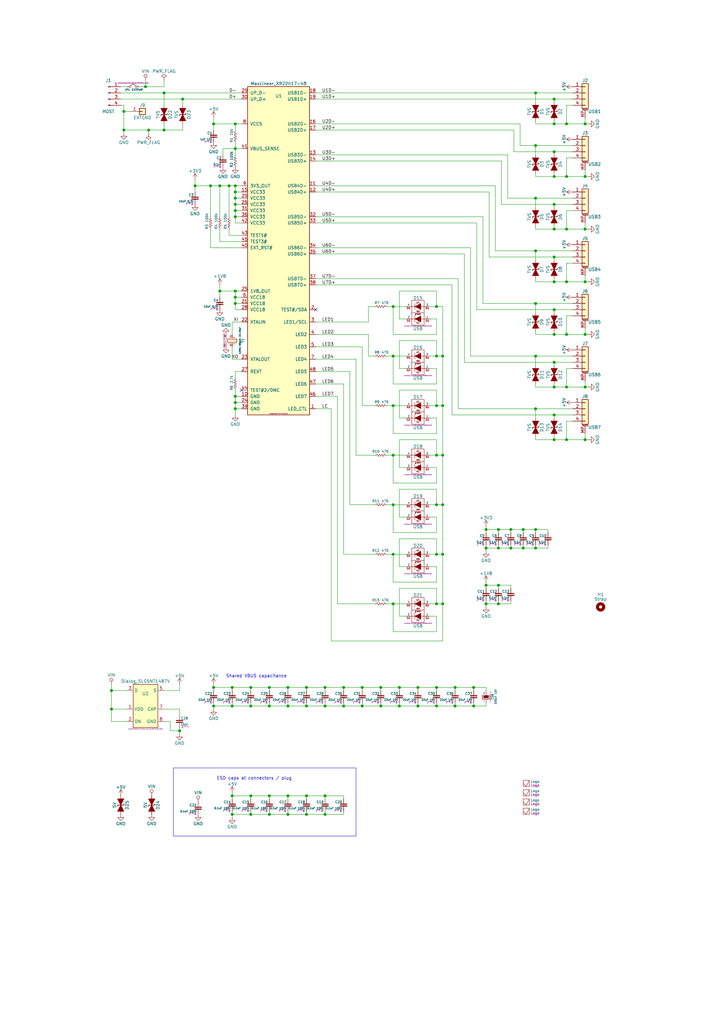
<source format=kicad_sch>
(kicad_sch (version 20220404) (generator eeschema)
  (paper "A3" portrait)
  (title_block (title "StickHub") (company "Stefan Hamminga (https://rbts.co)"))
  (junction (at 240.03 115.57) (diameter 1.016))
  (junction (at 199.39 217.17) (diameter 1.016))
  (junction (at 87.63 50.8) (diameter 1.016))
  (junction (at 194.31 281.94) (diameter 1.016))
  (junction (at 227.33 158.75) (diameter 1.016))
  (junction (at 95.25 334.01) (diameter 1.016))
  (junction (at 96.52 83.82) (diameter 1.016))
  (junction (at 179.07 166.37) (diameter 1.016))
  (junction (at 90.17 119.38) (diameter 1.016))
  (junction (at 179.07 125.73) (diameter 1.016))
  (junction (at 110.49 334.01) (diameter 1.016))
  (junction (at 93.98 76.2) (diameter 1.016))
  (junction (at 133.35 281.94) (diameter 1.016))
  (junction (at 181.61 247.65) (diameter 1.016))
  (junction (at 96.52 124.46) (diameter 1.016))
  (junction (at 156.21 289.56) (diameter 1.016))
  (junction (at 227.33 50.8) (diameter 1.016))
  (junction (at 219.71 38.1) (diameter 1.016))
  (junction (at 219.71 167.64) (diameter 1.016))
  (junction (at 87.63 281.94) (diameter 1.016))
  (junction (at 204.47 224.79) (diameter 1.016))
  (junction (at 59.69 35.56) (diameter 1.016))
  (junction (at 161.29 186.69) (diameter 1.016))
  (junction (at 227.33 170.18) (diameter 1.016))
  (junction (at 179.07 186.69) (diameter 1.016))
  (junction (at 163.83 281.94) (diameter 1.016))
  (junction (at 95.25 281.94) (diameter 1.016))
  (junction (at 219.71 146.05) (diameter 1.016))
  (junction (at 240.03 158.75) (diameter 1.016))
  (junction (at 181.61 227.33) (diameter 1.016))
  (junction (at 181.61 186.69) (diameter 1.016))
  (junction (at 96.52 88.9) (diameter 1.016))
  (junction (at 125.73 281.94) (diameter 1.016))
  (junction (at 73.66 299.72) (diameter 1.016))
  (junction (at 240.03 72.39) (diameter 1.016))
  (junction (at 171.45 289.56) (diameter 1.016))
  (junction (at 96.52 167.64) (diameter 1.016))
  (junction (at 161.29 247.65) (diameter 1.016))
  (junction (at 219.71 102.87) (diameter 1.016))
  (junction (at 96.52 165.1) (diameter 1.016))
  (junction (at 186.69 281.94) (diameter 1.016))
  (junction (at 95.25 326.39) (diameter 1.016))
  (junction (at 227.33 148.59) (diameter 1.016))
  (junction (at 227.33 180.34) (diameter 1.016))
  (junction (at 219.71 217.17) (diameter 1.016))
  (junction (at 227.33 62.23) (diameter 1.016))
  (junction (at 199.39 240.03) (diameter 1.016))
  (junction (at 50.8 45.72) (diameter 1.016))
  (junction (at 219.71 224.79) (diameter 1.016))
  (junction (at 227.33 93.98) (diameter 1.016))
  (junction (at 227.33 115.57) (diameter 1.016))
  (junction (at 118.11 334.01) (diameter 1.016))
  (junction (at 50.8 53.34) (diameter 1.016))
  (junction (at 163.83 289.56) (diameter 1.016))
  (junction (at 209.55 217.17) (diameter 1.016))
  (junction (at 96.52 76.2) (diameter 1.016))
  (junction (at 96.52 162.56) (diameter 1.016))
  (junction (at 102.87 334.01) (diameter 1.016))
  (junction (at 219.71 81.28) (diameter 1.016))
  (junction (at 74.93 40.64) (diameter 1.016))
  (junction (at 96.52 60.96) (diameter 1.016))
  (junction (at 118.11 289.56) (diameter 1.016))
  (junction (at 227.33 137.16) (diameter 1.016))
  (junction (at 60.96 53.34) (diameter 1.016))
  (junction (at 219.71 59.69) (diameter 1.016))
  (junction (at 161.29 227.33) (diameter 1.016))
  (junction (at 204.47 247.65) (diameter 1.016))
  (junction (at 156.21 281.94) (diameter 1.016))
  (junction (at 199.39 224.79) (diameter 1.016))
  (junction (at 45.72 283.21) (diameter 1.016))
  (junction (at 161.29 125.73) (diameter 1.016))
  (junction (at 110.49 281.94) (diameter 1.016))
  (junction (at 110.49 326.39) (diameter 1.016))
  (junction (at 102.87 289.56) (diameter 1.016))
  (junction (at 133.35 289.56) (diameter 1.016))
  (junction (at 214.63 217.17) (diameter 1.016))
  (junction (at 133.35 334.01) (diameter 1.016))
  (junction (at 95.25 289.56) (diameter 1.016))
  (junction (at 45.72 290.83) (diameter 1.016))
  (junction (at 96.52 86.36) (diameter 1.016))
  (junction (at 240.03 50.8) (diameter 1.016))
  (junction (at 199.39 247.65) (diameter 1.016))
  (junction (at 232.41 72.39) (diameter 1.016))
  (junction (at 181.61 207.01) (diameter 1.016))
  (junction (at 161.29 207.01) (diameter 1.016))
  (junction (at 80.01 76.2) (diameter 1.016))
  (junction (at 161.29 166.37) (diameter 1.016))
  (junction (at 240.03 93.98) (diameter 1.016))
  (junction (at 227.33 105.41) (diameter 1.016))
  (junction (at 194.31 289.56) (diameter 1.016))
  (junction (at 102.87 326.39) (diameter 1.016))
  (junction (at 96.52 50.8) (diameter 1.016))
  (junction (at 125.73 326.39) (diameter 1.016))
  (junction (at 232.41 50.8) (diameter 1.016))
  (junction (at 96.52 81.28) (diameter 1.016))
  (junction (at 227.33 72.39) (diameter 1.016))
  (junction (at 214.63 224.79) (diameter 1.016))
  (junction (at 204.47 217.17) (diameter 1.016))
  (junction (at 148.59 281.94) (diameter 1.016))
  (junction (at 110.49 289.56) (diameter 1.016))
  (junction (at 148.59 289.56) (diameter 1.016))
  (junction (at 87.63 289.56) (diameter 1.016))
  (junction (at 179.07 146.05) (diameter 1.016))
  (junction (at 232.41 93.98) (diameter 1.016))
  (junction (at 67.31 38.1) (diameter 1.016))
  (junction (at 181.61 166.37) (diameter 1.016))
  (junction (at 181.61 146.05) (diameter 1.016))
  (junction (at 125.73 289.56) (diameter 1.016))
  (junction (at 219.71 124.46) (diameter 1.016))
  (junction (at 232.41 158.75) (diameter 1.016))
  (junction (at 204.47 240.03) (diameter 1.016))
  (junction (at 232.41 180.34) (diameter 1.016))
  (junction (at 118.11 326.39) (diameter 1.016))
  (junction (at 118.11 281.94) (diameter 1.016))
  (junction (at 179.07 281.94) (diameter 1.016))
  (junction (at 96.52 78.74) (diameter 1.016))
  (junction (at 186.69 289.56) (diameter 1.016))
  (junction (at 227.33 40.64) (diameter 1.016))
  (junction (at 240.03 137.16) (diameter 1.016))
  (junction (at 67.31 53.34) (diameter 1.016))
  (junction (at 179.07 227.33) (diameter 1.016))
  (junction (at 96.52 119.38) (diameter 1.016))
  (junction (at 179.07 207.01) (diameter 1.016))
  (junction (at 227.33 127) (diameter 1.016))
  (junction (at 179.07 247.65) (diameter 1.016))
  (junction (at 161.29 146.05) (diameter 1.016))
  (junction (at 140.97 289.56) (diameter 1.016))
  (junction (at 140.97 281.94) (diameter 1.016))
  (junction (at 227.33 83.82) (diameter 1.016))
  (junction (at 125.73 334.01) (diameter 1.016))
  (junction (at 86.36 76.2) (diameter 1.016))
  (junction (at 133.35 326.39) (diameter 1.016))
  (junction (at 240.03 180.34) (diameter 1.016))
  (junction (at 179.07 289.56) (diameter 1.016))
  (junction (at 209.55 224.79) (diameter 1.016))
  (junction (at 96.52 121.92) (diameter 1.016))
  (junction (at 232.41 115.57) (diameter 1.016))
  (junction (at 90.17 76.2) (diameter 1.016))
  (junction (at 232.41 137.16) (diameter 1.016))
  (junction (at 102.87 281.94) (diameter 1.016))
  (junction (at 171.45 281.94) (diameter 1.016))
  (no_connect (at 99.06 160.02))
  (no_connect (at 129.54 127))
  (wire (pts (xy 240.03 158.75) (xy 241.3 158.75)))
  (wire (pts (xy 95.25 332.74) (xy 95.25 334.01)))
  (wire (pts (xy 179.07 146.05) (xy 176.53 146.05)))
  (wire (pts (xy 102.87 288.29) (xy 102.87 289.56)))
  (wire (pts (xy 219.71 167.64) (xy 219.71 171.45)))
  (wire (pts (xy 179.07 191.77) (xy 179.07 198.12)))
  (wire (pts (xy 204.47 223.52) (xy 204.47 224.79)))
  (wire (pts (xy 110.49 334.01) (xy 118.11 334.01)))
  (wire (pts (xy 166.37 171.45) (xy 163.83 171.45)))
  (wire (pts (xy 181.61 247.65) (xy 179.07 247.65)))
  (wire (pts (xy 179.07 252.73) (xy 179.07 259.08)))
  (wire (pts (xy 219.71 124.46) (xy 219.71 128.27)))
  (wire (pts (xy 96.52 91.44) (xy 99.06 91.44)))
  (wire (pts (xy 179.07 125.73) (xy 176.53 125.73)))
  (wire (pts (xy 204.47 217.17) (xy 204.47 218.44)))
  (wire (pts (xy 176.53 171.45) (xy 179.07 171.45)))
  (wire (pts (xy 73.66 298.45) (xy 73.66 299.72)))
  (wire (pts (xy 195.58 127) (xy 227.33 127)))
  (wire (pts (xy 219.71 81.28) (xy 219.71 85.09)))
  (wire (pts (xy 158.75 207.01) (xy 161.29 207.01)))
  (wire (pts (xy 194.31 281.94) (xy 194.31 283.21)))
  (wire (pts (xy 198.12 88.9) (xy 198.12 124.46)))
  (wire (pts (xy 232.41 115.57) (xy 240.03 115.57)))
  (wire (pts (xy 219.71 102.87) (xy 234.95 102.87)))
  (wire (pts (xy 219.71 49.53) (xy 219.71 50.8)))
  (wire (pts (xy 214.63 224.79) (xy 219.71 224.79)))
  (wire (pts (xy 161.29 227.33) (xy 166.37 227.33)))
  (wire (pts (xy 158.75 125.73) (xy 161.29 125.73)))
  (wire (pts (xy 102.87 326.39) (xy 102.87 327.66)))
  (wire (pts (xy 227.33 137.16) (xy 232.41 137.16)))
  (wire (pts (xy 179.07 241.3) (xy 179.07 247.65)))
  (wire (pts (xy 219.71 224.79) (xy 224.79 224.79)))
  (wire (pts (xy 86.36 101.6) (xy 99.06 101.6)))
  (wire (pts (xy 91.44 60.96) (xy 91.44 63.5)))
  (wire (pts (xy 49.53 38.1) (xy 67.31 38.1)))
  (wire (pts (xy 140.97 334.01) (xy 140.97 332.74)))
  (wire (pts (xy 227.33 40.64) (xy 227.33 41.91)))
  (wire (pts (xy 133.35 326.39) (xy 133.35 327.66)))
  (wire (pts (xy 45.72 283.21) (xy 45.72 290.83)))
  (wire (pts (xy 181.61 262.89) (xy 135.89 262.89)))
  (wire (pts (xy 199.39 240.03) (xy 204.47 240.03)))
  (wire (pts (xy 161.29 247.65) (xy 166.37 247.65)))
  (wire (pts (xy 234.95 86.36) (xy 232.41 86.36)))
  (wire (pts (xy 73.66 299.72) (xy 73.66 300.99)))
  (wire (pts (xy 227.33 83.82) (xy 234.95 83.82)))
  (wire (pts (xy 125.73 289.56) (xy 125.73 288.29)))
  (wire (pts (xy 186.69 281.94) (xy 186.69 283.21)))
  (wire (pts (xy 158.75 166.37) (xy 161.29 166.37)))
  (wire (pts (xy 110.49 281.94) (xy 118.11 281.94)))
  (wire (pts (xy 234.95 107.95) (xy 232.41 107.95)))
  (wire (pts (xy 90.17 119.38) (xy 90.17 121.92)))
  (wire (pts (xy 99.06 99.06) (xy 90.17 99.06)))
  (wire (pts (xy 90.17 116.84) (xy 90.17 119.38)))
  (wire (pts (xy 234.95 172.72) (xy 232.41 172.72)))
  (wire (pts (xy 49.53 40.64) (xy 74.93 40.64)))
  (wire (pts (xy 209.55 247.65) (xy 209.55 246.38)))
  (wire (pts (xy 99.06 152.4) (xy 96.52 152.4)))
  (wire (pts (xy 204.47 246.38) (xy 204.47 247.65)))
  (wire (pts (xy 102.87 289.56) (xy 110.49 289.56)))
  (wire (pts (xy 50.8 43.18) (xy 50.8 45.72)))
  (wire (pts (xy 199.39 217.17) (xy 199.39 218.44)))
  (wire (pts (xy 204.47 247.65) (xy 209.55 247.65)))
  (wire (pts (xy 179.07 281.94) (xy 179.07 283.21)))
  (wire (pts (xy 125.73 326.39) (xy 125.73 327.66)))
  (wire (pts (xy 93.98 93.98) (xy 93.98 96.52)))
  (wire (pts (xy 148.59 281.94) (xy 156.21 281.94)))
  (wire (pts (xy 199.39 281.94) (xy 199.39 283.21)))
  (wire (pts (xy 118.11 332.74) (xy 118.11 334.01)))
  (wire (pts (xy 227.33 170.18) (xy 234.95 170.18)))
  (wire (pts (xy 96.52 124.46) (xy 99.06 124.46)))
  (wire (pts (xy 203.2 102.87) (xy 219.71 102.87)))
  (wire (pts (xy 125.73 326.39) (xy 133.35 326.39)))
  (wire (pts (xy 93.98 96.52) (xy 99.06 96.52)))
  (wire (pts (xy 129.54 104.14) (xy 190.5 104.14)))
  (wire (pts (xy 224.79 217.17) (xy 219.71 217.17)))
  (wire (pts (xy 118.11 281.94) (xy 125.73 281.94)))
  (wire (pts (xy 163.83 281.94) (xy 171.45 281.94)))
  (wire (pts (xy 234.95 64.77) (xy 232.41 64.77)))
  (wire (pts (xy 232.41 93.98) (xy 240.03 93.98)))
  (wire (pts (xy 219.71 72.39) (xy 227.33 72.39)))
  (wire (pts (xy 210.82 53.34) (xy 210.82 62.23)))
  (wire (pts (xy 186.69 289.56) (xy 186.69 288.29)))
  (wire (pts (xy 213.36 50.8) (xy 213.36 59.69)))
  (wire (pts (xy 179.07 139.7) (xy 179.07 146.05)))
  (wire (pts (xy 163.83 130.81) (xy 163.83 119.38)))
  (wire (pts (xy 161.29 166.37) (xy 166.37 166.37)))
  (wire (pts (xy 60.96 53.34) (xy 60.96 54.61)))
  (wire (pts (xy 87.63 289.56) (xy 87.63 290.83)))
  (wire (pts (xy 158.75 247.65) (xy 161.29 247.65)))
  (wire (pts (xy 129.54 132.08) (xy 151.13 132.08)))
  (wire (pts (xy 193.04 101.6) (xy 193.04 146.05)))
  (wire (pts (xy 193.04 146.05) (xy 219.71 146.05)))
  (wire (pts (xy 67.31 290.83) (xy 73.66 290.83)))
  (wire (pts (xy 102.87 334.01) (xy 110.49 334.01)))
  (wire (pts (xy 80.01 76.2) (xy 86.36 76.2)))
  (wire (pts (xy 96.52 86.36) (xy 96.52 88.9)))
  (wire (pts (xy 133.35 288.29) (xy 133.35 289.56)))
  (wire (pts (xy 181.61 227.33) (xy 181.61 247.65)))
  (wire (pts (xy 87.63 48.26) (xy 87.63 50.8)))
  (wire (pts (xy 158.75 186.69) (xy 161.29 186.69)))
  (wire (pts (xy 140.97 289.56) (xy 140.97 288.29)))
  (wire (pts (xy 125.73 281.94) (xy 125.73 283.21)))
  (wire (pts (xy 194.31 289.56) (xy 194.31 288.29)))
  (wire (pts (xy 232.41 172.72) (xy 232.41 180.34)))
  (wire (pts (xy 181.61 125.73) (xy 181.61 146.05)))
  (wire (pts (xy 96.52 88.9) (xy 96.52 91.44)))
  (wire (pts (xy 232.41 64.77) (xy 232.41 72.39)))
  (wire (pts (xy 163.83 180.34) (xy 179.07 180.34)))
  (wire (pts (xy 232.41 137.16) (xy 240.03 137.16)))
  (wire (pts (xy 227.33 127) (xy 227.33 128.27)))
  (wire (pts (xy 45.72 290.83) (xy 52.07 290.83)))
  (wire (pts (xy 148.59 289.56) (xy 156.21 289.56)))
  (wire (pts (xy 67.31 38.1) (xy 99.06 38.1)))
  (wire (pts (xy 199.39 247.65) (xy 199.39 248.92)))
  (wire (pts (xy 179.07 281.94) (xy 186.69 281.94)))
  (wire (pts (xy 74.93 40.64) (xy 74.93 43.18)))
  (wire (pts (xy 232.41 50.8) (xy 240.03 50.8)))
  (wire (pts (xy 129.54 116.84) (xy 185.42 116.84)))
  (wire (pts (xy 95.25 326.39) (xy 95.25 327.66)))
  (wire (pts (xy 199.39 240.03) (xy 199.39 241.3)))
  (wire (pts (xy 227.33 148.59) (xy 227.33 149.86)))
  (wire (pts (xy 204.47 224.79) (xy 209.55 224.79)))
  (wire (pts (xy 161.29 207.01) (xy 166.37 207.01)))
  (wire (pts (xy 227.33 83.82) (xy 227.33 85.09)))
  (wire (pts (xy 219.71 217.17) (xy 219.71 218.44)))
  (wire (pts (xy 204.47 240.03) (xy 209.55 240.03)))
  (wire (pts (xy 95.25 325.12) (xy 95.25 326.39)))
  (wire (pts (xy 219.71 124.46) (xy 234.95 124.46)))
  (wire (pts (xy 143.51 152.4) (xy 143.51 207.01)))
  (wire (pts (xy 129.54 137.16) (xy 151.13 137.16)))
  (wire (pts (xy 163.83 220.98) (xy 179.07 220.98)))
  (wire (pts (xy 227.33 170.18) (xy 227.33 171.45)))
  (wire (pts (xy 129.54 76.2) (xy 203.2 76.2)))
  (wire (pts (xy 199.39 247.65) (xy 204.47 247.65)))
  (wire (pts (xy 227.33 62.23) (xy 234.95 62.23)))
  (wire (pts (xy 176.53 151.13) (xy 179.07 151.13)))
  (wire (pts (xy 140.97 227.33) (xy 153.67 227.33)))
  (wire (pts (xy 209.55 217.17) (xy 204.47 217.17)))
  (wire (pts (xy 125.73 334.01) (xy 133.35 334.01)))
  (wire (pts (xy 69.85 295.91) (xy 69.85 299.72)))
  (wire (pts (xy 166.37 232.41) (xy 163.83 232.41)))
  (wire (pts (xy 96.52 162.56) (xy 96.52 165.1)))
  (wire (pts (xy 199.39 223.52) (xy 199.39 224.79)))
  (wire (pts (xy 240.03 93.98) (xy 240.03 91.44)))
  (wire (pts (xy 163.83 289.56) (xy 171.45 289.56)))
  (wire (pts (xy 219.71 59.69) (xy 234.95 59.69)))
  (wire (pts (xy 95.25 288.29) (xy 95.25 289.56)))
  (wire (pts (xy 45.72 280.67) (xy 45.72 283.21)))
  (wire (pts (xy 87.63 289.56) (xy 95.25 289.56)))
  (wire (pts (xy 176.53 130.81) (xy 179.07 130.81)))
  (wire (pts (xy 96.52 124.46) (xy 96.52 121.92)))
  (wire (pts (xy 179.07 238.76) (xy 161.29 238.76)))
  (wire (pts (xy 140.97 281.94) (xy 140.97 283.21)))
  (wire (pts (xy 227.33 114.3) (xy 227.33 115.57)))
  (wire (pts (xy 96.52 83.82) (xy 99.06 83.82)))
  (wire (pts (xy 96.52 167.64) (xy 96.52 170.18)))
  (wire (pts (xy 95.25 137.16) (xy 95.25 132.08)))
  (wire (pts (xy 69.85 299.72) (xy 73.66 299.72)))
  (wire (pts (xy 214.63 217.17) (xy 209.55 217.17)))
  (wire (pts (xy 181.61 186.69) (xy 181.61 207.01)))
  (wire (pts (xy 227.33 157.48) (xy 227.33 158.75)))
  (wire (pts (xy 166.37 130.81) (xy 163.83 130.81)))
  (wire (pts (xy 129.54 53.34) (xy 210.82 53.34)))
  (wire (pts (xy 161.29 198.12) (xy 161.29 186.69)))
  (wire (pts (xy 125.73 289.56) (xy 133.35 289.56)))
  (wire (pts (xy 219.71 146.05) (xy 234.95 146.05)))
  (wire (pts (xy 110.49 326.39) (xy 118.11 326.39)))
  (wire (pts (xy 67.31 38.1) (xy 67.31 43.18)))
  (wire (pts (xy 219.71 157.48) (xy 219.71 158.75)))
  (wire (pts (xy 138.43 247.65) (xy 153.67 247.65)))
  (wire (pts (xy 181.61 146.05) (xy 181.61 166.37)))
  (wire (pts (xy 176.53 191.77) (xy 179.07 191.77)))
  (wire (pts (xy 96.52 76.2) (xy 99.06 76.2)))
  (wire (pts (xy 219.71 223.52) (xy 219.71 224.79)))
  (wire (pts (xy 146.05 147.32) (xy 146.05 186.69)))
  (wire (pts (xy 99.06 127) (xy 96.52 127)))
  (wire (pts (xy 179.07 146.05) (xy 181.61 146.05)))
  (wire (pts (xy 129.54 88.9) (xy 198.12 88.9)))
  (wire (pts (xy 240.03 72.39) (xy 240.03 69.85)))
  (wire (pts (xy 199.39 224.79) (xy 199.39 226.06)))
  (wire (pts (xy 151.13 125.73) (xy 151.13 132.08)))
  (wire (pts (xy 179.07 151.13) (xy 179.07 157.48)))
  (wire (pts (xy 67.31 33.02) (xy 67.31 35.56)))
  (wire (pts (xy 67.31 35.56) (xy 59.69 35.56)))
  (wire (pts (xy 199.39 288.29) (xy 199.39 289.56)))
  (wire (pts (xy 194.31 281.94) (xy 199.39 281.94)))
  (wire (pts (xy 96.52 60.96) (xy 96.52 63.5)))
  (wire (pts (xy 110.49 332.74) (xy 110.49 334.01)))
  (wire (pts (xy 96.52 165.1) (xy 99.06 165.1)))
  (wire (pts (xy 96.52 83.82) (xy 96.52 86.36)))
  (wire (pts (xy 96.52 121.92) (xy 96.52 119.38)))
  (wire (pts (xy 181.61 207.01) (xy 181.61 227.33)))
  (wire (pts (xy 240.03 115.57) (xy 241.3 115.57)))
  (wire (pts (xy 129.54 152.4) (xy 143.51 152.4)))
  (wire (pts (xy 240.03 50.8) (xy 240.03 48.26)))
  (wire (pts (xy 219.71 114.3) (xy 219.71 115.57)))
  (wire (pts (xy 96.52 121.92) (xy 99.06 121.92)))
  (wire (pts (xy 161.29 146.05) (xy 166.37 146.05)))
  (wire (pts (xy 118.11 334.01) (xy 125.73 334.01)))
  (wire (pts (xy 87.63 50.8) (xy 87.63 53.34)))
  (wire (pts (xy 179.07 166.37) (xy 181.61 166.37)))
  (wire (pts (xy 190.5 148.59) (xy 227.33 148.59)))
  (wire (pts (xy 90.17 76.2) (xy 93.98 76.2)))
  (wire (pts (xy 151.13 146.05) (xy 153.67 146.05)))
  (wire (pts (xy 90.17 88.9) (xy 90.17 76.2)))
  (wire (pts (xy 96.52 119.38) (xy 99.06 119.38)))
  (wire (pts (xy 148.59 288.29) (xy 148.59 289.56)))
  (wire (pts (xy 204.47 240.03) (xy 204.47 241.3)))
  (wire (pts (xy 163.83 151.13) (xy 163.83 139.7)))
  (wire (pts (xy 96.52 152.4) (xy 96.52 154.94)))
  (wire (pts (xy 219.71 92.71) (xy 219.71 93.98)))
  (wire (pts (xy 135.89 262.89) (xy 135.89 167.64)))
  (wire (pts (xy 179.07 207.01) (xy 176.53 207.01)))
  (wire (pts (xy 209.55 223.52) (xy 209.55 224.79)))
  (wire (pts (xy 80.01 76.2) (xy 80.01 78.74)))
  (wire (pts (xy 96.52 60.96) (xy 91.44 60.96)))
  (wire (pts (xy 219.71 115.57) (xy 227.33 115.57)))
  (wire (pts (xy 200.66 78.74) (xy 200.66 105.41)))
  (wire (pts (xy 50.8 53.34) (xy 50.8 54.61)))
  (wire (pts (xy 161.29 177.8) (xy 161.29 166.37)))
  (wire (pts (xy 129.54 78.74) (xy 200.66 78.74)))
  (wire (pts (xy 129.54 162.56) (xy 138.43 162.56)))
  (wire (pts (xy 179.07 220.98) (xy 179.07 227.33)))
  (wire (pts (xy 95.25 147.32) (xy 99.06 147.32)))
  (wire (pts (xy 86.36 88.9) (xy 86.36 76.2)))
  (wire (pts (xy 73.66 290.83) (xy 73.66 293.37)))
  (wire (pts (xy 185.42 116.84) (xy 185.42 170.18)))
  (wire (pts (xy 156.21 281.94) (xy 156.21 283.21)))
  (wire (pts (xy 219.71 179.07) (xy 219.71 180.34)))
  (wire (pts (xy 179.07 157.48) (xy 161.29 157.48)))
  (wire (pts (xy 95.25 142.24) (xy 95.25 147.32)))
  (wire (pts (xy 125.73 332.74) (xy 125.73 334.01)))
  (wire (pts (xy 129.54 63.5) (xy 208.28 63.5)))
  (wire (pts (xy 125.73 281.94) (xy 133.35 281.94)))
  (wire (pts (xy 227.33 179.07) (xy 227.33 180.34)))
  (wire (pts (xy 96.52 160.02) (xy 96.52 162.56)))
  (wire (pts (xy 214.63 217.17) (xy 214.63 218.44)))
  (wire (pts (xy 234.95 151.13) (xy 232.41 151.13)))
  (wire (pts (xy 59.69 35.56) (xy 59.69 33.02)))
  (wire (pts (xy 129.54 50.8) (xy 213.36 50.8)))
  (wire (pts (xy 129.54 114.3) (xy 187.96 114.3)))
  (wire (pts (xy 208.28 63.5) (xy 208.28 81.28)))
  (wire (pts (xy 87.63 280.67) (xy 87.63 281.94)))
  (wire (pts (xy 90.17 99.06) (xy 90.17 93.98)))
  (wire (pts (xy 179.07 198.12) (xy 161.29 198.12)))
  (wire (pts (xy 219.71 217.17) (xy 214.63 217.17)))
  (wire (pts (xy 179.07 207.01) (xy 181.61 207.01)))
  (wire (pts (xy 219.71 102.87) (xy 219.71 106.68)))
  (wire (pts (xy 227.33 127) (xy 234.95 127)))
  (wire (pts (xy 195.58 91.44) (xy 195.58 127)))
  (wire (pts (xy 95.25 334.01) (xy 95.25 335.28)))
  (wire (pts (xy 227.33 93.98) (xy 232.41 93.98)))
  (wire (pts (xy 153.67 125.73) (xy 151.13 125.73)))
  (wire (pts (xy 140.97 326.39) (xy 140.97 327.66)))
  (wire (pts (xy 186.69 281.94) (xy 194.31 281.94)))
  (wire (pts (xy 96.52 50.8) (xy 99.06 50.8)))
  (wire (pts (xy 133.35 334.01) (xy 140.97 334.01)))
  (wire (pts (xy 240.03 137.16) (xy 240.03 134.62)))
  (wire (pts (xy 133.35 281.94) (xy 140.97 281.94)))
  (wire (pts (xy 86.36 76.2) (xy 90.17 76.2)))
  (wire (pts (xy 95.25 289.56) (xy 102.87 289.56)))
  (wire (pts (xy 143.51 207.01) (xy 153.67 207.01)))
  (wire (pts (xy 102.87 281.94) (xy 110.49 281.94)))
  (wire (pts (xy 186.69 289.56) (xy 194.31 289.56)))
  (wire (pts (xy 129.54 40.64) (xy 227.33 40.64)))
  (wire (pts (xy 163.83 160.02) (xy 179.07 160.02)))
  (wire (pts (xy 110.49 288.29) (xy 110.49 289.56)))
  (wire (pts (xy 219.71 180.34) (xy 227.33 180.34)))
  (wire (pts (xy 45.72 283.21) (xy 52.07 283.21)))
  (wire (pts (xy 67.31 53.34) (xy 74.93 53.34)))
  (wire (pts (xy 219.71 50.8) (xy 227.33 50.8)))
  (wire (pts (xy 219.71 59.69) (xy 219.71 63.5)))
  (wire (pts (xy 227.33 115.57) (xy 232.41 115.57)))
  (wire (pts (xy 227.33 50.8) (xy 232.41 50.8)))
  (wire (pts (xy 240.03 180.34) (xy 241.3 180.34)))
  (wire (pts (xy 219.71 81.28) (xy 234.95 81.28)))
  (wire (pts (xy 96.52 81.28) (xy 96.52 83.82)))
  (wire (pts (xy 96.52 127) (xy 96.52 124.46)))
  (wire (pts (xy 140.97 281.94) (xy 148.59 281.94)))
  (wire (pts (xy 227.33 180.34) (xy 232.41 180.34)))
  (wire (pts (xy 87.63 281.94) (xy 87.63 283.21)))
  (wire (pts (xy 133.35 289.56) (xy 140.97 289.56)))
  (wire (pts (xy 227.33 49.53) (xy 227.33 50.8)))
  (wire (pts (xy 179.07 166.37) (xy 176.53 166.37)))
  (wire (pts (xy 161.29 238.76) (xy 161.29 227.33)))
  (wire (pts (xy 133.35 326.39) (xy 140.97 326.39)))
  (wire (pts (xy 52.07 295.91) (xy 45.72 295.91)))
  (wire (pts (xy 158.75 146.05) (xy 161.29 146.05)))
  (wire (pts (xy 86.36 101.6) (xy 86.36 93.98)))
  (wire (pts (xy 45.72 295.91) (xy 45.72 290.83)))
  (wire (pts (xy 234.95 43.18) (xy 232.41 43.18)))
  (wire (pts (xy 133.35 332.74) (xy 133.35 334.01)))
  (wire (pts (xy 179.07 186.69) (xy 176.53 186.69)))
  (wire (pts (xy 163.83 171.45) (xy 163.83 160.02)))
  (wire (pts (xy 232.41 107.95) (xy 232.41 115.57)))
  (wire (pts (xy 227.33 40.64) (xy 234.95 40.64)))
  (wire (pts (xy 96.52 78.74) (xy 96.52 76.2)))
  (wire (pts (xy 96.52 81.28) (xy 99.06 81.28)))
  (wire (pts (xy 232.41 151.13) (xy 232.41 158.75)))
  (wire (pts (xy 135.89 167.64) (xy 129.54 167.64)))
  (wire (pts (xy 163.83 252.73) (xy 163.83 241.3)))
  (wire (pts (xy 99.06 78.74) (xy 96.52 78.74)))
  (wire (pts (xy 179.07 137.16) (xy 161.29 137.16)))
  (wire (pts (xy 240.03 180.34) (xy 240.03 177.8)))
  (wire (pts (xy 96.52 88.9) (xy 99.06 88.9)))
  (polyline (pts (xy 146.05 342.9) (xy 71.12 342.9)) (stroke (width 0) (type solid)))
  (wire (pts (xy 199.39 246.38) (xy 199.39 247.65)))
  (wire (pts (xy 171.45 281.94) (xy 179.07 281.94)))
  (wire (pts (xy 138.43 162.56) (xy 138.43 247.65)))
  (wire (pts (xy 163.83 212.09) (xy 163.83 200.66)))
  (wire (pts (xy 232.41 158.75) (xy 240.03 158.75)))
  (wire (pts (xy 118.11 326.39) (xy 118.11 327.66)))
  (wire (pts (xy 99.06 60.96) (xy 96.52 60.96)))
  (wire (pts (xy 50.8 45.72) (xy 50.8 53.34)))
  (wire (pts (xy 179.07 125.73) (xy 181.61 125.73)))
  (wire (pts (xy 161.29 125.73) (xy 166.37 125.73)))
  (wire (pts (xy 179.07 289.56) (xy 171.45 289.56)))
  (wire (pts (xy 171.45 289.56) (xy 171.45 288.29)))
  (wire (pts (xy 179.07 180.34) (xy 179.07 186.69)))
  (wire (pts (xy 163.83 200.66) (xy 179.07 200.66)))
  (wire (pts (xy 209.55 217.17) (xy 209.55 218.44)))
  (wire (pts (xy 50.8 45.72) (xy 53.34 45.72)))
  (wire (pts (xy 163.83 281.94) (xy 163.83 283.21)))
  (wire (pts (xy 87.63 288.29) (xy 87.63 289.56)))
  (wire (pts (xy 67.31 295.91) (xy 69.85 295.91)))
  (wire (pts (xy 179.07 186.69) (xy 181.61 186.69)))
  (wire (pts (xy 219.71 38.1) (xy 219.71 41.91)))
  (wire (pts (xy 95.25 326.39) (xy 102.87 326.39)))
  (wire (pts (xy 227.33 135.89) (xy 227.33 137.16)))
  (wire (pts (xy 219.71 135.89) (xy 219.71 137.16)))
  (wire (pts (xy 234.95 129.54) (xy 232.41 129.54)))
  (wire (pts (xy 187.96 167.64) (xy 219.71 167.64)))
  (wire (pts (xy 158.75 227.33) (xy 161.29 227.33)))
  (wire (pts (xy 227.33 105.41) (xy 234.95 105.41)))
  (wire (pts (xy 224.79 224.79) (xy 224.79 223.52)))
  (wire (pts (xy 74.93 40.64) (xy 99.06 40.64)))
  (wire (pts (xy 163.83 289.56) (xy 163.83 288.29)))
  (wire (pts (xy 95.25 334.01) (xy 102.87 334.01)))
  (wire (pts (xy 179.07 227.33) (xy 176.53 227.33)))
  (wire (pts (xy 67.31 283.21) (xy 73.66 283.21)))
  (wire (pts (xy 213.36 59.69) (xy 219.71 59.69)))
  (wire (pts (xy 198.12 124.46) (xy 219.71 124.46)))
  (wire (pts (xy 163.83 139.7) (xy 179.07 139.7)))
  (wire (pts (xy 179.07 288.29) (xy 179.07 289.56)))
  (wire (pts (xy 146.05 186.69) (xy 153.67 186.69)))
  (wire (pts (xy 166.37 191.77) (xy 163.83 191.77)))
  (wire (pts (xy 102.87 332.74) (xy 102.87 334.01)))
  (wire (pts (xy 163.83 232.41) (xy 163.83 220.98)))
  (wire (pts (xy 179.07 289.56) (xy 186.69 289.56)))
  (wire (pts (xy 205.74 83.82) (xy 227.33 83.82)))
  (wire (pts (xy 166.37 212.09) (xy 163.83 212.09)))
  (wire (pts (xy 166.37 151.13) (xy 163.83 151.13)))
  (wire (pts (xy 57.15 35.56) (xy 59.69 35.56)))
  (wire (pts (xy 96.52 162.56) (xy 99.06 162.56)))
  (wire (pts (xy 205.74 66.04) (xy 205.74 83.82)))
  (wire (pts (xy 219.71 71.12) (xy 219.71 72.39)))
  (wire (pts (xy 129.54 157.48) (xy 140.97 157.48)))
  (wire (pts (xy 118.11 289.56) (xy 125.73 289.56)))
  (wire (pts (xy 179.07 177.8) (xy 161.29 177.8)))
  (wire (pts (xy 156.21 289.56) (xy 156.21 288.29)))
  (wire (pts (xy 161.29 186.69) (xy 166.37 186.69)))
  (wire (pts (xy 181.61 247.65) (xy 181.61 262.89)))
  (wire (pts (xy 110.49 289.56) (xy 118.11 289.56)))
  (wire (pts (xy 240.03 93.98) (xy 241.3 93.98)))
  (wire (pts (xy 219.71 158.75) (xy 227.33 158.75)))
  (wire (pts (xy 190.5 104.14) (xy 190.5 148.59)))
  (wire (pts (xy 90.17 119.38) (xy 96.52 119.38)))
  (wire (pts (xy 219.71 93.98) (xy 227.33 93.98)))
  (wire (pts (xy 208.28 81.28) (xy 219.71 81.28)))
  (wire (pts (xy 227.33 148.59) (xy 234.95 148.59)))
  (wire (pts (xy 219.71 38.1) (xy 234.95 38.1)))
  (wire (pts (xy 161.29 157.48) (xy 161.29 146.05)))
  (wire (pts (xy 156.21 281.94) (xy 163.83 281.94)))
  (wire (pts (xy 227.33 92.71) (xy 227.33 93.98)))
  (wire (pts (xy 179.07 259.08) (xy 161.29 259.08)))
  (wire (pts (xy 240.03 137.16) (xy 241.3 137.16)))
  (wire (pts (xy 118.11 281.94) (xy 118.11 283.21)))
  (wire (pts (xy 148.59 142.24) (xy 148.59 166.37)))
  (wire (pts (xy 95.25 132.08) (xy 99.06 132.08)))
  (wire (pts (xy 96.52 86.36) (xy 99.06 86.36)))
  (wire (pts (xy 232.41 129.54) (xy 232.41 137.16)))
  (wire (pts (xy 179.07 227.33) (xy 181.61 227.33)))
  (wire (pts (xy 163.83 241.3) (xy 179.07 241.3)))
  (wire (pts (xy 176.53 212.09) (xy 179.07 212.09)))
  (wire (pts (xy 95.25 281.94) (xy 102.87 281.94)))
  (wire (pts (xy 49.53 35.56) (xy 52.07 35.56)))
  (wire (pts (xy 74.93 50.8) (xy 74.93 53.34)))
  (wire (pts (xy 96.52 165.1) (xy 96.52 167.64)))
  (wire (pts (xy 199.39 289.56) (xy 194.31 289.56)))
  (wire (pts (xy 219.71 137.16) (xy 227.33 137.16)))
  (wire (pts (xy 148.59 281.94) (xy 148.59 283.21)))
  (wire (pts (xy 129.54 147.32) (xy 146.05 147.32)))
  (wire (pts (xy 118.11 288.29) (xy 118.11 289.56)))
  (wire (pts (xy 179.07 200.66) (xy 179.07 207.01)))
  (wire (pts (xy 240.03 50.8) (xy 241.3 50.8)))
  (wire (pts (xy 118.11 326.39) (xy 125.73 326.39)))
  (wire (pts (xy 209.55 224.79) (xy 214.63 224.79)))
  (polyline (pts (xy 146.05 314.96) (xy 146.05 342.9)) (stroke (width 0) (type solid)))
  (wire (pts (xy 227.33 158.75) (xy 232.41 158.75)))
  (wire (pts (xy 151.13 137.16) (xy 151.13 146.05)))
  (wire (pts (xy 199.39 224.79) (xy 204.47 224.79)))
  (wire (pts (xy 166.37 252.73) (xy 163.83 252.73)))
  (wire (pts (xy 179.07 218.44) (xy 161.29 218.44)))
  (wire (pts (xy 87.63 281.94) (xy 95.25 281.94)))
  (wire (pts (xy 185.42 170.18) (xy 227.33 170.18)))
  (polyline (pts (xy 71.12 314.96) (xy 71.12 342.9)) (stroke (width 0) (type solid)))
  (wire (pts (xy 133.35 281.94) (xy 133.35 283.21)))
  (wire (pts (xy 129.54 66.04) (xy 205.74 66.04)))
  (wire (pts (xy 163.83 191.77) (xy 163.83 180.34)))
  (wire (pts (xy 87.63 50.8) (xy 96.52 50.8)))
  (wire (pts (xy 240.03 115.57) (xy 240.03 113.03)))
  (wire (pts (xy 140.97 157.48) (xy 140.97 227.33)))
  (wire (pts (xy 96.52 60.96) (xy 96.52 58.42)))
  (wire (pts (xy 232.41 72.39) (xy 240.03 72.39)))
  (wire (pts (xy 148.59 289.56) (xy 140.97 289.56)))
  (wire (pts (xy 232.41 180.34) (xy 240.03 180.34)))
  (wire (pts (xy 93.98 76.2) (xy 93.98 88.9)))
  (wire (pts (xy 129.54 38.1) (xy 219.71 38.1)))
  (wire (pts (xy 176.53 232.41) (xy 179.07 232.41)))
  (wire (pts (xy 227.33 62.23) (xy 227.33 63.5)))
  (wire (pts (xy 80.01 73.66) (xy 80.01 76.2)))
  (wire (pts (xy 148.59 166.37) (xy 153.67 166.37)))
  (wire (pts (xy 50.8 53.34) (xy 60.96 53.34)))
  (wire (pts (xy 60.96 53.34) (xy 67.31 53.34)))
  (wire (pts (xy 129.54 91.44) (xy 195.58 91.44)))
  (polyline (pts (xy 71.12 314.96) (xy 146.05 314.96)) (stroke (width 0) (type solid)))
  (wire (pts (xy 210.82 62.23) (xy 227.33 62.23)))
  (wire (pts (xy 240.03 158.75) (xy 240.03 156.21)))
  (wire (pts (xy 240.03 72.39) (xy 241.3 72.39)))
  (wire (pts (xy 179.07 119.38) (xy 179.07 125.73)))
  (wire (pts (xy 163.83 119.38) (xy 179.07 119.38)))
  (wire (pts (xy 232.41 86.36) (xy 232.41 93.98)))
  (wire (pts (xy 102.87 281.94) (xy 102.87 283.21)))
  (wire (pts (xy 227.33 105.41) (xy 227.33 106.68)))
  (wire (pts (xy 110.49 281.94) (xy 110.49 283.21)))
  (wire (pts (xy 176.53 252.73) (xy 179.07 252.73)))
  (wire (pts (xy 95.25 281.94) (xy 95.25 283.21)))
  (wire (pts (xy 187.96 114.3) (xy 187.96 167.64)))
  (wire (pts (xy 219.71 167.64) (xy 234.95 167.64)))
  (wire (pts (xy 171.45 281.94) (xy 171.45 283.21)))
  (wire (pts (xy 67.31 50.8) (xy 67.31 53.34)))
  (wire (pts (xy 129.54 142.24) (xy 148.59 142.24)))
  (wire (pts (xy 96.52 78.74) (xy 96.52 81.28)))
  (wire (pts (xy 161.29 137.16) (xy 161.29 125.73)))
  (wire (pts (xy 161.29 218.44) (xy 161.29 207.01)))
  (wire (pts (xy 179.07 171.45) (xy 179.07 177.8)))
  (wire (pts (xy 232.41 43.18) (xy 232.41 50.8)))
  (wire (pts (xy 199.39 215.9) (xy 199.39 217.17)))
  (wire (pts (xy 214.63 223.52) (xy 214.63 224.79)))
  (wire (pts (xy 227.33 72.39) (xy 232.41 72.39)))
  (wire (pts (xy 181.61 166.37) (xy 181.61 186.69)))
  (wire (pts (xy 161.29 259.08) (xy 161.29 247.65)))
  (wire (pts (xy 96.52 53.34) (xy 96.52 50.8)))
  (wire (pts (xy 224.79 218.44) (xy 224.79 217.17)))
  (wire (pts (xy 96.52 167.64) (xy 99.06 167.64)))
  (wire (pts (xy 129.54 101.6) (xy 193.04 101.6)))
  (wire (pts (xy 203.2 76.2) (xy 203.2 102.87)))
  (wire (pts (xy 179.07 212.09) (xy 179.07 218.44)))
  (wire (pts (xy 209.55 240.03) (xy 209.55 241.3)))
  (wire (pts (xy 227.33 71.12) (xy 227.33 72.39)))
  (wire (pts (xy 156.21 289.56) (xy 163.83 289.56)))
  (wire (pts (xy 102.87 326.39) (xy 110.49 326.39)))
  (wire (pts (xy 73.66 283.21) (xy 73.66 280.67)))
  (wire (pts (xy 179.07 232.41) (xy 179.07 238.76)))
  (wire (pts (xy 179.07 160.02) (xy 179.07 166.37)))
  (wire (pts (xy 179.07 130.81) (xy 179.07 137.16)))
  (wire (pts (xy 93.98 76.2) (xy 96.52 76.2)))
  (wire (pts (xy 199.39 238.76) (xy 199.39 240.03)))
  (wire (pts (xy 200.66 105.41) (xy 227.33 105.41)))
  (wire (pts (xy 49.53 43.18) (xy 50.8 43.18)))
  (wire (pts (xy 219.71 146.05) (xy 219.71 149.86)))
  (wire (pts (xy 179.07 247.65) (xy 176.53 247.65)))
  (wire (pts (xy 204.47 217.17) (xy 199.39 217.17)))
  (wire (pts (xy 110.49 326.39) (xy 110.49 327.66)))
  (text "ESD caps at connectors / plug" (at 88.9 320.04 0) (effects (font (size 1.27 1.27)) (justify left bottom)))
  (text "Shared VBUS capacitance" (at 92.71 278.13 0) (effects (font (size 1.27 1.27)) (justify left bottom)))
  (label "LED1" (at 132.08 132.08 0))
  (label "LED5" (at 132.08 152.4 0))
  (label "U1D-" (at 132.08 38.1 0))
  (label "U5D-" (at 132.08 88.9 0))
  (label "U3D-" (at 132.08 63.5 0))
  (label "D-" (at 93.98 38.1 0))
  (label "LED4" (at 132.08 147.32 0))
  (label "U4D-" (at 132.08 76.2 0))
  (label "U4D+" (at 132.08 78.74 0))
  (label "LED3" (at 132.08 142.24 0))
  (label "XI" (at 97.79 132.08 0))
  (label "D+" (at 93.98 40.64 0))
  (label "U1D+" (at 132.08 40.64 0))
  (label "U2D+" (at 132.08 53.34 0))
  (label "U2D-" (at 132.08 50.8 0))
  (label "LED7" (at 132.08 162.56 0))
  (label "LED2" (at 132.08 137.16 0))
  (label "U6D-" (at 132.08 101.6 0))
  (label "U7D-" (at 132.08 114.3 0))
  (label "U7D+" (at 132.08 116.84 0))
  (label "LED6" (at 132.08 157.48 0))
  (label "U3D+" (at 132.08 66.04 0))
  (label "U5D+" (at 132.08 91.44 0))
  (label "LC" (at 132.08 167.64 0))
  (label "XO" (at 97.79 147.32 0))
  (label "U6D+" (at 132.08 104.14 0))
  (symbol (lib_id "RobotProtos:RSMALL") (at 156.21 207.01 270) (unit 1)
    (default_instance (reference "U") (unit 1) (value "") (footprint ""))
    (property "Reference" "R11" (at 155.702 205.486 90) (effects (font (size 0.9906 0.9906)) (justify right)))
    (property "Value" "470" (at 156.464 205.486 90) (effects (font (size 0.991 0.991)) (justify left)))
    (property "Footprint" "Resistor_SMD:1608_C" (effects hide))
    (property "USD_per_1000" "0,024" (effects hide))
    (property "USD_per_1" "0,08" (effects hide))
    (property "MPN" "0402WGF4700TCE" (effects hide))
  )
  (symbol (lib_id "RobotProtos:VIN") (at 45.72 280.67 0) (unit 1)
    (default_instance (reference "U") (unit 1) (value "") (footprint ""))
    (property "Reference" "#PWR036" (effects hide))
    (property "Value" "VIN" (at 45.72 276.86 0))
  )
  (symbol (lib_name "Logo_3") (lib_id "RobotProtos:Logo") (at 215.9 332.74 0) (unit 1)
    (default_instance (reference "U") (unit 1) (value "") (footprint ""))
    (property "Reference" "LOGO4" (effects hide))
    (property "Value" "Logo" (at 217.678 331.978 0) (effects (font (size 0.9906 0.9906)) (justify left)))
    (property "Footprint" "Logo" (at 217.678 333.502 0) (effects (font (size 0.991 0.991)) (justify left)))
    (property "Description" "Not Populated" (effects hide))
  )
  (symbol (lib_id "power:PWR_FLAG") (at 67.31 33.02 0) (unit 1)
    (default_instance (reference "U") (unit 1) (value "") (footprint ""))
    (property "Reference" "#FLG0102" (effects hide))
    (property "Value" "PWR_FLAG" (at 67.31 29.21 0))
  )
  (symbol (lib_id "power:GND") (at 80.01 83.82 0) (unit 1)
    (default_instance (reference "U") (unit 1) (value "") (footprint ""))
    (property "Reference" "#PWR013" (effects hide))
    (property "Value" "GND" (at 80.01 87.63 0))
  )
  (symbol (lib_id "power:GND") (at 241.3 72.39 90) (mirror x) (unit 1)
    (default_instance (reference "U") (unit 1) (value "") (footprint ""))
    (property "Reference" "#PWR010" (effects hide))
    (property "Value" "GND" (at 245.11 72.39 0))
  )
  (symbol (lib_id "RobotProtos:D_TVS_Filled") (at 219.71 175.26 270) (mirror x) (unit 1)
    (default_instance (reference "U") (unit 1) (value "") (footprint ""))
    (property "Reference" "D13" (at 222.25 175.26 0))
    (property "Value" "TVS" (at 217.17 175.26 0))
    (property "Footprint" "Diode_SMD:1006_C" (effects hide))
    (property "MPN" "AR0521P1" (effects hide))
    (property "Description" "0.5pF 3.3V" (effects hide))
  )
  (symbol (lib_id "power:+1V8") (at 90.17 116.84 0) (unit 1)
    (default_instance (reference "U") (unit 1) (value "") (footprint ""))
    (property "Reference" "#PWR017" (effects hide))
    (property "Value" "+1V8" (at 90.17 113.284 0))
  )
  (symbol (lib_id "RobotProtos:Conn_01x01") (at 58.42 45.72 0) (unit 1)
    (default_instance (reference "U") (unit 1) (value "") (footprint ""))
    (property "Reference" "J9" (at 58.42 43.18 0))
    (property "Value" "EXTGND" (at 58.42 48.26 0))
    (property "Footprint" "SH_Solder_Pads:1P-1.5x1.5" (effects hide))
    (property "Description" "Not Populated" (effects hide))
  )
  (symbol (lib_id "RobotProtos:Csmall") (at 118.11 330.2 0) (mirror y) (unit 1)
    (default_instance (reference "U") (unit 1) (value "") (footprint ""))
    (property "Reference" "C17" (at 117.602 328.93 0) (effects (font (size 0.9906 0.9906)) (justify left)))
    (property "Value" "0.1uF 100V" (at 117.602 331.47 0) (effects (font (size 0.787 0.787)) (justify left)))
    (property "Footprint" "Capacitor_SMD:1608_C" (effects hide))
    (property "Voltage" "16V" (at 117.348 332.232 0) (effects (font (size 0.254 0.254) bold) (justify left)))
    (property "Tolerance" "10%" (at 115.824 332.232 0) (effects (font (size 0.254 0.254))))
    (property "Package" "1608" (at 117.348 332.74 0) (effects (font (size 0.2032 0.2032) bold) (justify left)))
    (property "Footprint_Density" "C" (at 114.554 332.74 0) (effects (font (size 0.254 0.254) bold)))
    (property "Dielectric" "X7R" (at 114.808 332.232 0) (effects (font (size 0.254 0.254))))
    (property "Footprint_Library" "Capacitor_SMD" (effects hide))
    (property "Spice_Primitive" "C" (effects hide))
    (property "Spice_Model" "100n" (effects hide))
    (property "Spice_Netlist_Enabled" "Y" (effects hide))
    (property "MPN" "NM0805B104K101CEDN" (effects hide))
  )
  (symbol (lib_id "RobotProtos:D_TVS_Filled") (at 219.71 132.08 270) (mirror x) (unit 1)
    (default_instance (reference "U") (unit 1) (value "") (footprint ""))
    (property "Reference" "D9" (at 222.25 132.08 0))
    (property "Value" "TVS" (at 217.17 132.08 0))
    (property "Footprint" "Diode_SMD:1006_C" (effects hide))
    (property "MPN" "AR0521P1" (effects hide))
    (property "Description" "0.5pF 3.3V" (effects hide))
  )
  (symbol (lib_id "RobotProtos:Csmall") (at 199.39 243.84 0) (mirror y) (unit 1)
    (default_instance (reference "U") (unit 1) (value "") (footprint ""))
    (property "Reference" "C11" (at 198.882 242.57 0) (effects (font (size 0.9906 0.9906)) (justify left)))
    (property "Value" "0.1uF" (at 198.882 245.11 0) (effects (font (size 0.787 0.787)) (justify left)))
    (property "Footprint" "Capacitor_SMD:1608_C" (effects hide))
    (property "Voltage" "16V" (at 198.628 245.872 0) (effects (font (size 0.254 0.254) bold) (justify left)))
    (property "Tolerance" "10%" (at 197.104 245.872 0) (effects (font (size 0.254 0.254))))
    (property "Package" "1608" (at 198.628 246.38 0) (effects (font (size 0.2032 0.2032) bold) (justify left)))
    (property "Footprint_Density" "C" (at 195.834 246.38 0) (effects (font (size 0.254 0.254) bold)))
    (property "Dielectric" "X7R" (at 196.088 245.872 0) (effects (font (size 0.254 0.254))))
    (property "Footprint_Library" "Capacitor_SMD" (effects hide))
    (property "Spice_Primitive" "C" (effects hide))
    (property "Spice_Model" "100n" (effects hide))
    (property "Spice_Netlist_Enabled" "Y" (effects hide))
    (property "MPN" "CC0402KRX7R7BB104" (effects hide))
  )
  (symbol (lib_id "power:+5V") (at 234.95 165.1 90) (mirror x) (unit 1)
    (default_instance (reference "U") (unit 1) (value "") (footprint ""))
    (property "Reference" "#PWR025" (effects hide))
    (property "Value" "+5V" (at 231.394 165.1 0))
  )
  (symbol (lib_id "RobotProtos:LED_DUAL_red_green") (at 171.45 128.27 0) (unit 1)
    (default_instance (reference "U") (unit 1) (value "") (footprint ""))
    (property "Reference" "D15" (at 171.45 122.174 0))
    (property "Value" "USB" (at 171.45 134.747 0))
    (property "Footprint" "LED_SMD:Duo_LED_1.6x0.8_Kingbright_APHB1608LZGKSURKC" (at 171.45 133.731 0) (effects (font (size 0.254 0.254))))
    (property "MPN" "APHB1608SGEC" (effects hide))
  )
  (symbol (lib_id "power:+5V") (at 49.53 326.39 0) (unit 1)
    (default_instance (reference "U") (unit 1) (value "") (footprint ""))
    (property "Reference" "#PWR040" (effects hide))
    (property "Value" "+5V" (at 49.53 322.834 0))
  )
  (symbol (lib_id "RobotProtos:Crystal_small_4P") (at 95.25 139.7 270) (unit 1)
    (default_instance (reference "U") (unit 1) (value "") (footprint ""))
    (property "Reference" "Y1" (at 99.695 139.7 0) (effects (font (size 0.9906 0.9906))))
    (property "Value" "12MHz 50ppm 16-20pF" (at 98.425 139.7 0) (effects (font (size 0.61 0.61))))
    (property "Footprint" "Crystal:Crystal_4-SMD_2.5x2mm" (at 91.948 139.7 0) (effects (font (size 0.254 0.254))))
    (property "MPN" "CM4012M00020T8188026" (effects hide))
  )
  (symbol (lib_id "power:+5V") (at 234.95 78.74 90) (mirror x) (unit 1)
    (default_instance (reference "U") (unit 1) (value "") (footprint ""))
    (property "Reference" "#PWR012" (effects hide))
    (property "Value" "+5V" (at 231.394 78.74 0))
  )
  (symbol (lib_id "RobotProtos:Csmall") (at 81.28 331.47 0) (mirror y) (unit 1)
    (default_instance (reference "U") (unit 1) (value "") (footprint ""))
    (property "Reference" "C21" (at 80.772 330.2 0) (effects (font (size 0.9906 0.9906)) (justify left)))
    (property "Value" "0.1uF 100V" (at 80.772 332.74 0) (effects (font (size 0.787 0.787)) (justify left)))
    (property "Footprint" "Capacitor_SMD:1608_C" (effects hide))
    (property "Voltage" "16V" (at 80.518 333.502 0) (effects (font (size 0.254 0.254) bold) (justify left)))
    (property "Tolerance" "10%" (at 78.994 333.502 0) (effects (font (size 0.254 0.254))))
    (property "Package" "1608" (at 80.518 334.01 0) (effects (font (size 0.2032 0.2032) bold) (justify left)))
    (property "Footprint_Density" "C" (at 77.724 334.01 0) (effects (font (size 0.254 0.254) bold)))
    (property "Dielectric" "X7R" (at 77.978 333.502 0) (effects (font (size 0.254 0.254))))
    (property "Footprint_Library" "Capacitor_SMD" (effects hide))
    (property "Spice_Primitive" "C" (effects hide))
    (property "Spice_Model" "100n" (effects hide))
    (property "Spice_Netlist_Enabled" "Y" (effects hide))
    (property "MPN" "NM0805B104K101CEDN" (effects hide))
  )
  (symbol (lib_id "power:GND") (at 199.39 226.06 0) (unit 1)
    (default_instance (reference "U") (unit 1) (value "") (footprint ""))
    (property "Reference" "#PWR029" (effects hide))
    (property "Value" "GND" (at 199.39 229.87 0))
  )
  (symbol (lib_id "RobotProtos:RSMALL") (at 93.98 91.44 0) (unit 1)
    (default_instance (reference "U") (unit 1) (value "") (footprint ""))
    (property "Reference" "R5" (at 92.456 91.948 90) (effects (font (size 0.9906 0.9906)) (justify right)))
    (property "Value" "100k" (at 92.456 91.186 90) (effects (font (size 0.991 0.991)) (justify left)))
    (property "Footprint" "Resistor_SMD:1608_C" (effects hide))
    (property "USD_per_1000" "0,024" (effects hide))
    (property "USD_per_1" "0,08" (effects hide))
    (property "MPN" "0402WGF1003TCE" (effects hide))
  )
  (symbol (lib_id "RobotProtos:Conn_01x04_MountingPin") (at 240.03 102.87 0) (unit 1)
    (default_instance (reference "U") (unit 1) (value "") (footprint ""))
    (property "Reference" "J5" (at 240.03 97.79 0))
    (property "Value" "USB4" (at 241.3 110.49 0) (effects (justify left)))
    (property "Footprint" "Connector_JST:JST_SH_SM04B-SRSS-TB_1x04-1MP_P1.00mm_Horizontal" (effects hide))
    (property "Description" "JST SH 4-Pin horizontal" (effects hide))
    (property "MPN" "SM04B-SRSS-TB(LF)(SN) " (effects hide))
  )
  (symbol (lib_id "RobotProtos:RSMALL") (at 86.36 91.44 0) (unit 1)
    (default_instance (reference "U") (unit 1) (value "") (footprint ""))
    (property "Reference" "R3" (at 84.836 91.948 90) (effects (font (size 0.9906 0.9906)) (justify right)))
    (property "Value" "100k" (at 84.836 91.186 90) (effects (font (size 0.991 0.991)) (justify left)))
    (property "Footprint" "Resistor_SMD:1608_C" (effects hide))
    (property "USD_per_1000" "0,024" (effects hide))
    (property "USD_per_1" "0,08" (effects hide))
    (property "MPN" "0402WGF1003TCE" (effects hide))
  )
  (symbol (lib_id "RobotProtos:JUMPER") (at 54.61 35.56 0) (unit 1)
    (default_instance (reference "U") (unit 1) (value "") (footprint ""))
    (property "Reference" "JP1" (at 53.34 36.83 0) (effects (font (size 0.7874 0.7874)) (justify right)))
    (property "Value" "EXTPWR" (at 53.975 36.83 0) (effects (font (size 0.787 0.787)) (justify left)))
    (property "Footprint" "Connector_PinHeader_2.54mm:PinHeader_1x02_P2.54mm_Vertical" (at 54.61 34.036 0) (effects (font (size 0.254 0.254))))
    (property "Description" "Not Populated" (effects hide))
  )
  (symbol (lib_id "RobotProtos:Conn_01x04_MountingPin") (at 240.03 167.64 0) (unit 1)
    (default_instance (reference "U") (unit 1) (value "") (footprint ""))
    (property "Reference" "J8" (at 240.03 162.56 0))
    (property "Value" "USB7" (at 241.3 175.26 0) (effects (justify left)))
    (property "Footprint" "Connector_JST:JST_SH_SM04B-SRSS-TB_1x04-1MP_P1.00mm_Horizontal" (effects hide))
    (property "Description" "JST SH 4-Pin horizontal" (effects hide))
    (property "MPN" "SM04B-SRSS-TB(LF)(SN) " (effects hide))
  )
  (symbol (lib_name "Logo_2") (lib_id "RobotProtos:Logo") (at 215.9 328.93 0) (unit 1)
    (default_instance (reference "U") (unit 1) (value "") (footprint ""))
    (property "Reference" "LOGO3" (effects hide))
    (property "Value" "Logo" (at 217.678 328.168 0) (effects (font (size 0.9906 0.9906)) (justify left)))
    (property "Footprint" "Logo" (at 217.678 329.692 0) (effects (font (size 0.991 0.991)) (justify left)))
    (property "Description" "Not Populated" (effects hide))
  )
  (symbol (lib_id "RobotProtos:Csmall") (at 133.35 330.2 0) (mirror y) (unit 1)
    (default_instance (reference "U") (unit 1) (value "") (footprint ""))
    (property "Reference" "C19" (at 132.842 328.93 0) (effects (font (size 0.9906 0.9906)) (justify left)))
    (property "Value" "0.1uF 100V" (at 132.842 331.47 0) (effects (font (size 0.787 0.787)) (justify left)))
    (property "Footprint" "Capacitor_SMD:1608_C" (effects hide))
    (property "Voltage" "16V" (at 132.588 332.232 0) (effects (font (size 0.254 0.254) bold) (justify left)))
    (property "Tolerance" "10%" (at 131.064 332.232 0) (effects (font (size 0.254 0.254))))
    (property "Package" "1608" (at 132.588 332.74 0) (effects (font (size 0.2032 0.2032) bold) (justify left)))
    (property "Footprint_Density" "C" (at 129.794 332.74 0) (effects (font (size 0.254 0.254) bold)))
    (property "Dielectric" "X7R" (at 130.048 332.232 0) (effects (font (size 0.254 0.254))))
    (property "Footprint_Library" "Capacitor_SMD" (effects hide))
    (property "Spice_Primitive" "C" (effects hide))
    (property "Spice_Model" "100n" (effects hide))
    (property "Spice_Netlist_Enabled" "Y" (effects hide))
    (property "MPN" "NM0805B104K101CEDN" (effects hide))
  )
  (symbol (lib_id "RobotProtos:Csmall") (at 219.71 220.98 0) (mirror y) (unit 1)
    (default_instance (reference "U") (unit 1) (value "") (footprint ""))
    (property "Reference" "C9" (at 219.202 219.71 0) (effects (font (size 0.9906 0.9906)) (justify left)))
    (property "Value" "0.1uF" (at 219.202 222.25 0) (effects (font (size 0.787 0.787)) (justify left)))
    (property "Footprint" "Capacitor_SMD:1608_C" (effects hide))
    (property "Voltage" "16V" (at 218.948 223.012 0) (effects (font (size 0.254 0.254) bold) (justify left)))
    (property "Tolerance" "10%" (at 217.424 223.012 0) (effects (font (size 0.254 0.254))))
    (property "Package" "1608" (at 218.948 223.52 0) (effects (font (size 0.2032 0.2032) bold) (justify left)))
    (property "Footprint_Density" "C" (at 216.154 223.52 0) (effects (font (size 0.254 0.254) bold)))
    (property "Dielectric" "X7R" (at 216.408 223.012 0) (effects (font (size 0.254 0.254))))
    (property "Footprint_Library" "Capacitor_SMD" (effects hide))
    (property "Spice_Primitive" "C" (effects hide))
    (property "Spice_Model" "100n" (effects hide))
    (property "Spice_Netlist_Enabled" "Y" (effects hide))
    (property "MPN" "CC0402KRX7R7BB104" (effects hide))
  )
  (symbol (lib_id "RobotProtos:Csmall") (at 73.66 295.91 0) (unit 1)
    (default_instance (reference "U") (unit 1) (value "") (footprint ""))
    (property "Reference" "C28" (at 74.168 294.64 0) (effects (font (size 0.9906 0.9906)) (justify left)))
    (property "Value" "15nF" (at 74.168 297.18 0) (effects (font (size 0.787 0.787)) (justify left)))
    (property "Footprint" "Capacitor_SMD:1608_C" (effects hide))
    (property "Voltage" "16V" (at 74.422 297.942 0) (effects (font (size 0.254 0.254) bold) (justify left)))
    (property "Tolerance" "10%" (at 75.946 297.942 0) (effects (font (size 0.254 0.254))))
    (property "Package" "1608" (at 74.422 298.45 0) (effects (font (size 0.2032 0.2032) bold) (justify left)))
    (property "Footprint_Density" "C" (at 77.216 298.45 0) (effects (font (size 0.254 0.254) bold)))
    (property "Dielectric" "X7R" (at 76.962 297.942 0) (effects (font (size 0.254 0.254))))
    (property "Footprint_Library" "Capacitor_SMD" (effects hide))
    (property "Spice_Primitive" "C" (effects hide))
    (property "Spice_Model" "100n" (effects hide))
    (property "Spice_Netlist_Enabled" "Y" (effects hide))
    (property "Description" "15nF 16V X7R" (effects hide))
  )
  (symbol (lib_id "RobotProtos:RSMALL") (at 96.52 55.88 0) (unit 1)
    (default_instance (reference "U") (unit 1) (value "") (footprint ""))
    (property "Reference" "R1" (at 94.996 56.388 90) (effects (font (size 0.9906 0.9906)) (justify right)))
    (property "Value" "10k" (at 94.996 55.626 90) (effects (font (size 0.991 0.991)) (justify left)))
    (property "Footprint" "Resistor_SMD:1608_C" (effects hide))
    (property "USD_per_1000" "0,024" (effects hide))
    (property "USD_per_1" "0,08" (effects hide))
    (property "MPN" "0402WGF1002TCE" (effects hide))
  )
  (symbol (lib_id "power:GND") (at 81.28 334.01 0) (unit 1)
    (default_instance (reference "U") (unit 1) (value "") (footprint ""))
    (property "Reference" "#PWR043" (effects hide))
    (property "Value" "GND" (at 81.28 337.82 0))
  )
  (symbol (lib_id "RobotProtos:LED_DUAL_red_green") (at 171.45 229.87 0) (unit 1)
    (default_instance (reference "U") (unit 1) (value "") (footprint ""))
    (property "Reference" "D20" (at 171.45 223.774 0))
    (property "Value" "USB" (at 171.45 236.347 0))
    (property "Footprint" "LED_SMD:Duo_LED_1.6x0.8_Kingbright_APHB1608LZGKSURKC" (at 171.45 235.331 0) (effects (font (size 0.254 0.254))))
    (property "MPN" "APHB1608SGEC" (effects hide))
  )
  (symbol (lib_id "RobotProtos:LED_DUAL_red_green") (at 171.45 250.19 0) (unit 1)
    (default_instance (reference "U") (unit 1) (value "") (footprint ""))
    (property "Reference" "D21" (at 171.45 244.094 0))
    (property "Value" "USB" (at 171.45 256.667 0))
    (property "Footprint" "LED_SMD:Duo_LED_1.6x0.8_Kingbright_APHB1608LZGKSURKC" (at 171.45 255.651 0) (effects (font (size 0.254 0.254))))
    (property "MPN" "APHB1608SGEC" (effects hide))
  )
  (symbol (lib_id "power:GND") (at 241.3 137.16 90) (mirror x) (unit 1)
    (default_instance (reference "U") (unit 1) (value "") (footprint ""))
    (property "Reference" "#PWR021" (effects hide))
    (property "Value" "GND" (at 245.11 137.16 0))
  )
  (symbol (lib_id "power:+5V") (at 73.66 280.67 0) (unit 1)
    (default_instance (reference "U") (unit 1) (value "") (footprint ""))
    (property "Reference" "#PWR037" (effects hide))
    (property "Value" "+5V" (at 73.66 277.114 0))
  )
  (symbol (lib_id "RobotProtos:D_TVS_Filled") (at 227.33 153.67 270) (mirror x) (unit 1)
    (default_instance (reference "U") (unit 1) (value "") (footprint ""))
    (property "Reference" "D12" (at 229.87 153.67 0))
    (property "Value" "TVS" (at 224.79 153.67 0))
    (property "Footprint" "Diode_SMD:1006_C" (effects hide))
    (property "MPN" "AR0521P1" (effects hide))
    (property "Description" "0.5pF 3.3V" (effects hide))
  )
  (symbol (lib_id "RobotProtos:Csmall") (at 87.63 55.88 0) (mirror y) (unit 1)
    (default_instance (reference "U") (unit 1) (value "") (footprint ""))
    (property "Reference" "C1" (at 87.122 54.61 0) (effects (font (size 0.9906 0.9906)) (justify left)))
    (property "Value" "1uF 10V" (at 87.122 57.15 0) (effects (font (size 0.787 0.787)) (justify left)))
    (property "Footprint" "Capacitor_SMD:1608_C" (effects hide))
    (property "Voltage" "16V" (at 86.868 57.912 0) (effects (font (size 0.254 0.254) bold) (justify left)))
    (property "Tolerance" "10%" (at 85.344 57.912 0) (effects (font (size 0.254 0.254))))
    (property "Package" "1608" (at 86.868 58.42 0) (effects (font (size 0.2032 0.2032) bold) (justify left)))
    (property "Footprint_Density" "C" (at 84.074 58.42 0) (effects (font (size 0.254 0.254) bold)))
    (property "Dielectric" "X7R" (at 84.328 57.912 0) (effects (font (size 0.254 0.254))))
    (property "Footprint_Library" "Capacitor_SMD" (effects hide))
    (property "Spice_Primitive" "C" (effects hide))
    (property "Spice_Model" "100n" (effects hide))
    (property "Spice_Netlist_Enabled" "Y" (effects hide))
    (property "MPN" "FS15B105K100PKG" (effects hide))
  )
  (symbol (lib_id "power:GND") (at 241.3 180.34 90) (mirror x) (unit 1)
    (default_instance (reference "U") (unit 1) (value "") (footprint ""))
    (property "Reference" "#PWR027" (effects hide))
    (property "Value" "GND" (at 245.11 180.34 0))
  )
  (symbol (lib_id "RobotProtos:Csmall") (at 214.63 220.98 0) (mirror y) (unit 1)
    (default_instance (reference "U") (unit 1) (value "") (footprint ""))
    (property "Reference" "C8" (at 214.122 219.71 0) (effects (font (size 0.9906 0.9906)) (justify left)))
    (property "Value" "0.1uF" (at 214.122 222.25 0) (effects (font (size 0.787 0.787)) (justify left)))
    (property "Footprint" "Capacitor_SMD:1608_C" (effects hide))
    (property "Voltage" "16V" (at 213.868 223.012 0) (effects (font (size 0.254 0.254) bold) (justify left)))
    (property "Tolerance" "10%" (at 212.344 223.012 0) (effects (font (size 0.254 0.254))))
    (property "Package" "1608" (at 213.868 223.52 0) (effects (font (size 0.2032 0.2032) bold) (justify left)))
    (property "Footprint_Density" "C" (at 211.074 223.52 0) (effects (font (size 0.254 0.254) bold)))
    (property "Dielectric" "X7R" (at 211.328 223.012 0) (effects (font (size 0.254 0.254))))
    (property "Footprint_Library" "Capacitor_SMD" (effects hide))
    (property "Spice_Primitive" "C" (effects hide))
    (property "Spice_Model" "100n" (effects hide))
    (property "Spice_Netlist_Enabled" "Y" (effects hide))
    (property "MPN" "CC0402KRX7R7BB104" (effects hide))
  )
  (symbol (lib_id "RobotProtos:Csmall") (at 80.01 81.28 0) (mirror y) (unit 1)
    (default_instance (reference "U") (unit 1) (value "") (footprint ""))
    (property "Reference" "C3" (at 79.502 80.01 0) (effects (font (size 0.9906 0.9906)) (justify left)))
    (property "Value" "10uF 6.3V" (at 79.502 82.55 0) (effects (font (size 0.787 0.787)) (justify left)))
    (property "Footprint" "Capacitor_SMD:1608_C" (effects hide))
    (property "Voltage" "16V" (at 79.248 83.312 0) (effects (font (size 0.254 0.254) bold) (justify left)))
    (property "Tolerance" "10%" (at 77.724 83.312 0) (effects (font (size 0.254 0.254))))
    (property "Package" "1608" (at 79.248 83.82 0) (effects (font (size 0.2032 0.2032) bold) (justify left)))
    (property "Footprint_Density" "C" (at 76.454 83.82 0) (effects (font (size 0.254 0.254) bold)))
    (property "Dielectric" "X7R" (at 76.708 83.312 0) (effects (font (size 0.254 0.254))))
    (property "Footprint_Library" "Capacitor_SMD" (effects hide))
    (property "Spice_Primitive" "C" (effects hide))
    (property "Spice_Model" "100n" (effects hide))
    (property "Spice_Netlist_Enabled" "Y" (effects hide))
    (property "MPN" "CL05A106MQ5NUNC" (effects hide))
  )
  (symbol (lib_id "RobotProtos:VIN") (at 62.23 326.39 0) (unit 1)
    (default_instance (reference "U") (unit 1) (value "") (footprint ""))
    (property "Reference" "#PWR032" (effects hide))
    (property "Value" "VIN" (at 62.23 322.58 0))
  )
  (symbol (lib_id "RobotProtos:Conn_01x04_MountingPin") (at 240.03 146.05 0) (unit 1)
    (default_instance (reference "U") (unit 1) (value "") (footprint ""))
    (property "Reference" "J7" (at 240.03 140.97 0))
    (property "Value" "USB6" (at 241.3 153.67 0) (effects (justify left)))
    (property "Footprint" "Connector_JST:JST_SH_SM04B-SRSS-TB_1x04-1MP_P1.00mm_Horizontal" (effects hide))
    (property "Description" "JST SH 4-Pin horizontal" (effects hide))
    (property "MPN" "SM04B-SRSS-TB(LF)(SN) " (effects hide))
  )
  (symbol (lib_id "power:GND") (at 241.3 93.98 90) (mirror x) (unit 1)
    (default_instance (reference "U") (unit 1) (value "") (footprint ""))
    (property "Reference" "#PWR014" (effects hide))
    (property "Value" "GND" (at 245.11 93.98 0))
  )
  (symbol (lib_id "power:GND") (at 91.44 68.58 0) (unit 1)
    (default_instance (reference "U") (unit 1) (value "") (footprint ""))
    (property "Reference" "#PWR08" (effects hide))
    (property "Value" "GND" (at 91.44 72.39 0))
  )
  (symbol (lib_id "RobotProtos:D_TVS_Filled") (at 219.71 67.31 270) (mirror x) (unit 1)
    (default_instance (reference "U") (unit 1) (value "") (footprint ""))
    (property "Reference" "D3" (at 222.25 67.31 0))
    (property "Value" "TVS" (at 217.17 67.31 0))
    (property "Footprint" "Diode_SMD:1006_C" (effects hide))
    (property "MPN" "AR0521P1" (effects hide))
    (property "Description" "0.5pF 3.3V" (effects hide))
  )
  (symbol (lib_id "RobotProtos:RSMALL") (at 156.21 247.65 270) (unit 1)
    (default_instance (reference "U") (unit 1) (value "") (footprint ""))
    (property "Reference" "R13" (at 155.702 246.126 90) (effects (font (size 0.9906 0.9906)) (justify right)))
    (property "Value" "470" (at 156.464 246.126 90) (effects (font (size 0.991 0.991)) (justify left)))
    (property "Footprint" "Resistor_SMD:1608_C" (effects hide))
    (property "USD_per_1000" "0,024" (effects hide))
    (property "USD_per_1" "0,08" (effects hide))
    (property "MPN" "0402WGF4700TCE" (effects hide))
  )
  (symbol (lib_id "RobotProtos:Csmall") (at 179.07 285.75 0) (mirror y) (unit 1)
    (default_instance (reference "U") (unit 1) (value "") (footprint ""))
    (property "Reference" "C35" (at 178.562 284.48 0) (effects (font (size 0.9906 0.9906)) (justify left)))
    (property "Value" "22uF 10V" (at 178.562 287.02 0) (effects (font (size 0.787 0.787)) (justify left)))
    (property "Footprint" "Capacitor_SMD:1608_C" (effects hide))
    (property "Voltage" "16V" (at 178.308 287.782 0) (effects (font (size 0.254 0.254) bold) (justify left)))
    (property "Tolerance" "10%" (at 176.784 287.782 0) (effects (font (size 0.254 0.254))))
    (property "Package" "1608" (at 178.308 288.29 0) (effects (font (size 0.2032 0.2032) bold) (justify left)))
    (property "Footprint_Density" "C" (at 175.514 288.29 0) (effects (font (size 0.254 0.254) bold)))
    (property "Dielectric" "X7R" (at 175.768 287.782 0) (effects (font (size 0.254 0.254))))
    (property "Footprint_Library" "Capacitor_SMD" (effects hide))
    (property "Spice_Primitive" "C" (effects hide))
    (property "Spice_Model" "100n" (effects hide))
    (property "Spice_Netlist_Enabled" "Y" (effects hide))
    (property "MPN" "GRM188R61A226ME15D" (effects hide))
  )
  (symbol (lib_id "RobotProtos:Csmall") (at 156.21 285.75 0) (mirror y) (unit 1)
    (default_instance (reference "U") (unit 1) (value "") (footprint ""))
    (property "Reference" "C32" (at 155.702 284.48 0) (effects (font (size 0.9906 0.9906)) (justify left)))
    (property "Value" "22uF 10V" (at 155.702 287.02 0) (effects (font (size 0.787 0.787)) (justify left)))
    (property "Footprint" "Capacitor_SMD:1608_C" (effects hide))
    (property "Voltage" "16V" (at 155.448 287.782 0) (effects (font (size 0.254 0.254) bold) (justify left)))
    (property "Tolerance" "10%" (at 153.924 287.782 0) (effects (font (size 0.254 0.254))))
    (property "Package" "1608" (at 155.448 288.29 0) (effects (font (size 0.2032 0.2032) bold) (justify left)))
    (property "Footprint_Density" "C" (at 152.654 288.29 0) (effects (font (size 0.254 0.254) bold)))
    (property "Dielectric" "X7R" (at 152.908 287.782 0) (effects (font (size 0.254 0.254))))
    (property "Footprint_Library" "Capacitor_SMD" (effects hide))
    (property "Spice_Primitive" "C" (effects hide))
    (property "Spice_Model" "100n" (effects hide))
    (property "Spice_Netlist_Enabled" "Y" (effects hide))
    (property "MPN" "GRM188R61A226ME15D" (effects hide))
  )
  (symbol (lib_id "power:GND") (at 241.3 158.75 90) (mirror x) (unit 1)
    (default_instance (reference "U") (unit 1) (value "") (footprint ""))
    (property "Reference" "#PWR024" (effects hide))
    (property "Value" "GND" (at 245.11 158.75 0))
  )
  (symbol (lib_name "Logo_1") (lib_id "RobotProtos:Logo") (at 215.9 321.31 0) (unit 1)
    (default_instance (reference "U") (unit 1) (value "") (footprint ""))
    (property "Reference" "LOGO1" (effects hide))
    (property "Value" "Logo" (at 217.678 320.548 0) (effects (font (size 0.9906 0.9906)) (justify left)))
    (property "Footprint" "Logo" (at 217.678 322.072 0) (effects (font (size 0.991 0.991)) (justify left)))
    (property "Description" "Not Populated" (effects hide))
  )
  (symbol (lib_id "RobotProtos:D_TVS_Filled") (at 67.31 46.99 270) (mirror x) (unit 1)
    (default_instance (reference "U") (unit 1) (value "") (footprint ""))
    (property "Reference" "D22" (at 69.85 46.99 0))
    (property "Value" "TVS" (at 64.77 46.99 0))
    (property "Footprint" "Diode_SMD:1006_C" (effects hide))
    (property "MPN" "AR0521P1" (effects hide))
    (property "Description" "0.5pF 3.3V" (effects hide))
  )
  (symbol (lib_id "RobotProtos:D_TVS_Filled") (at 227.33 175.26 270) (mirror x) (unit 1)
    (default_instance (reference "U") (unit 1) (value "") (footprint ""))
    (property "Reference" "D14" (at 229.87 175.26 0))
    (property "Value" "TVS" (at 224.79 175.26 0))
    (property "Footprint" "Diode_SMD:1006_C" (effects hide))
    (property "MPN" "AR0521P1" (effects hide))
    (property "Description" "0.5pF 3.3V" (effects hide))
  )
  (symbol (lib_id "power:GND") (at 87.63 290.83 0) (unit 1)
    (default_instance (reference "U") (unit 1) (value "") (footprint ""))
    (property "Reference" "#PWR039" (effects hide))
    (property "Value" "GND" (at 87.63 294.64 0))
  )
  (symbol (lib_id "RobotProtos:D_TVS_Filled") (at 219.71 153.67 270) (mirror x) (unit 1)
    (default_instance (reference "U") (unit 1) (value "") (footprint ""))
    (property "Reference" "D11" (at 222.25 153.67 0))
    (property "Value" "TVS" (at 217.17 153.67 0))
    (property "Footprint" "Diode_SMD:1006_C" (effects hide))
    (property "MPN" "AR0521P1" (effects hide))
    (property "Description" "0.5pF 3.3V" (effects hide))
  )
  (symbol (lib_id "RobotProtos:D_TVS_Filled") (at 227.33 88.9 270) (mirror x) (unit 1)
    (default_instance (reference "U") (unit 1) (value "") (footprint ""))
    (property "Reference" "D6" (at 229.87 88.9 0))
    (property "Value" "TVS" (at 224.79 88.9 0))
    (property "Footprint" "Diode_SMD:1006_C" (effects hide))
    (property "MPN" "AR0521P1" (effects hide))
    (property "Description" "0.5pF 3.3V" (effects hide))
  )
  (symbol (lib_id "power:+5V") (at 234.95 121.92 90) (mirror x) (unit 1)
    (default_instance (reference "U") (unit 1) (value "") (footprint ""))
    (property "Reference" "#PWR018" (effects hide))
    (property "Value" "+5V" (at 231.394 121.92 0))
  )
  (symbol (lib_id "power:PWR_FLAG") (at 60.96 54.61 180) (unit 1)
    (default_instance (reference "U") (unit 1) (value "") (footprint ""))
    (property "Reference" "#FLG0101" (effects hide))
    (property "Value" "PWR_FLAG" (at 60.96 58.42 0))
  )
  (symbol (lib_id "power:GND") (at 50.8 54.61 0) (unit 1)
    (default_instance (reference "U") (unit 1) (value "") (footprint ""))
    (property "Reference" "#PWR03" (effects hide))
    (property "Value" "GND" (at 50.8 58.42 0))
  )
  (symbol (lib_id "power:+3.3V") (at 80.01 73.66 0) (unit 1)
    (default_instance (reference "U") (unit 1) (value "") (footprint ""))
    (property "Reference" "#PWR011" (effects hide))
    (property "Value" "+3.3V" (at 80.01 70.104 0))
  )
  (symbol (lib_id "power:+5V") (at 234.95 143.51 90) (mirror x) (unit 1)
    (default_instance (reference "U") (unit 1) (value "") (footprint ""))
    (property "Reference" "#PWR023" (effects hide))
    (property "Value" "+5V" (at 231.394 143.51 0))
  )
  (symbol (lib_id "power:GND") (at 241.3 50.8 90) (mirror x) (unit 1)
    (default_instance (reference "U") (unit 1) (value "") (footprint ""))
    (property "Reference" "#PWR05" (effects hide))
    (property "Value" "GND" (at 245.11 50.8 0))
  )
  (symbol (lib_id "RobotProtos:D_TVS_Filled") (at 49.53 330.2 270) (mirror x) (unit 1)
    (default_instance (reference "U") (unit 1) (value "") (footprint ""))
    (property "Reference" "D25" (at 52.07 330.2 0))
    (property "Value" "5V" (at 46.99 330.2 0))
    (property "Footprint" "Diode_SMD:1006_C" (effects hide))
    (property "MPN" "D5V0H1B2LP-7B" (effects hide))
    (property "Description" "D5V0H1B2LP-7B" (effects hide))
  )
  (symbol (lib_id "RobotProtos:Csmall") (at 90.17 124.46 0) (mirror y) (unit 1)
    (default_instance (reference "U") (unit 1) (value "") (footprint ""))
    (property "Reference" "C4" (at 89.662 123.19 0) (effects (font (size 0.9906 0.9906)) (justify left)))
    (property "Value" "10uF 6.3V" (at 89.662 125.73 0) (effects (font (size 0.787 0.787)) (justify left)))
    (property "Footprint" "Capacitor_SMD:1608_C" (effects hide))
    (property "Voltage" "16V" (at 89.408 126.492 0) (effects (font (size 0.254 0.254) bold) (justify left)))
    (property "Tolerance" "10%" (at 87.884 126.492 0) (effects (font (size 0.254 0.254))))
    (property "Package" "1608" (at 89.408 127 0) (effects (font (size 0.2032 0.2032) bold) (justify left)))
    (property "Footprint_Density" "C" (at 86.614 127 0) (effects (font (size 0.254 0.254) bold)))
    (property "Dielectric" "X7R" (at 86.868 126.492 0) (effects (font (size 0.254 0.254))))
    (property "Footprint_Library" "Capacitor_SMD" (effects hide))
    (property "Spice_Primitive" "C" (effects hide))
    (property "Spice_Model" "100n" (effects hide))
    (property "Spice_Netlist_Enabled" "Y" (effects hide))
    (property "MPN" "CL05A106MQ5NUNC" (effects hide))
  )
  (symbol (lib_id "RobotProtos:RSMALL") (at 156.21 125.73 270) (unit 1)
    (default_instance (reference "U") (unit 1) (value "") (footprint ""))
    (property "Reference" "R7" (at 155.702 124.206 90) (effects (font (size 0.9906 0.9906)) (justify right)))
    (property "Value" "470" (at 156.464 124.206 90) (effects (font (size 0.991 0.991)) (justify left)))
    (property "Footprint" "Resistor_SMD:1608_C" (effects hide))
    (property "USD_per_1000" "0,024" (effects hide))
    (property "USD_per_1" "0,08" (effects hide))
    (property "MPN" "0402WGF4700TCE" (effects hide))
  )
  (symbol (lib_id "RobotProtos:Csmall") (at 110.49 285.75 0) (mirror y) (unit 1)
    (default_instance (reference "U") (unit 1) (value "") (footprint ""))
    (property "Reference" "C25" (at 109.982 284.48 0) (effects (font (size 0.9906 0.9906)) (justify left)))
    (property "Value" "22uF 10V" (at 109.982 287.02 0) (effects (font (size 0.787 0.787)) (justify left)))
    (property "Footprint" "Capacitor_SMD:1608_C" (effects hide))
    (property "Voltage" "16V" (at 109.728 287.782 0) (effects (font (size 0.254 0.254) bold) (justify left)))
    (property "Tolerance" "10%" (at 108.204 287.782 0) (effects (font (size 0.254 0.254))))
    (property "Package" "1608" (at 109.728 288.29 0) (effects (font (size 0.2032 0.2032) bold) (justify left)))
    (property "Footprint_Density" "C" (at 106.934 288.29 0) (effects (font (size 0.254 0.254) bold)))
    (property "Dielectric" "X7R" (at 107.188 287.782 0) (effects (font (size 0.254 0.254))))
    (property "Footprint_Library" "Capacitor_SMD" (effects hide))
    (property "Spice_Primitive" "C" (effects hide))
    (property "Spice_Model" "100n" (effects hide))
    (property "Spice_Netlist_Enabled" "Y" (effects hide))
    (property "MPN" "GRM188R61A226ME15D" (effects hide))
  )
  (symbol (lib_id "power:+5V") (at 87.63 48.26 0) (unit 1)
    (default_instance (reference "U") (unit 1) (value "") (footprint ""))
    (property "Reference" "#PWR04" (effects hide))
    (property "Value" "+5V" (at 87.63 44.704 0))
  )
  (symbol (lib_id "power:GND") (at 73.66 300.99 0) (unit 1)
    (default_instance (reference "U") (unit 1) (value "") (footprint ""))
    (property "Reference" "#PWR041" (effects hide))
    (property "Value" "GND" (at 73.66 304.8 0))
  )
  (symbol (lib_id "power:GND") (at 95.25 335.28 0) (unit 1)
    (default_instance (reference "U") (unit 1) (value "") (footprint ""))
    (property "Reference" "#PWR035" (effects hide))
    (property "Value" "GND" (at 95.25 339.09 0))
  )
  (symbol (lib_id "RobotProtos:Csmall") (at 102.87 285.75 0) (mirror y) (unit 1)
    (default_instance (reference "U") (unit 1) (value "") (footprint ""))
    (property "Reference" "C24" (at 102.362 284.48 0) (effects (font (size 0.9906 0.9906)) (justify left)))
    (property "Value" "22uF 10V" (at 102.362 287.02 0) (effects (font (size 0.787 0.787)) (justify left)))
    (property "Footprint" "Capacitor_SMD:1608_C" (effects hide))
    (property "Voltage" "16V" (at 102.108 287.782 0) (effects (font (size 0.254 0.254) bold) (justify left)))
    (property "Tolerance" "10%" (at 100.584 287.782 0) (effects (font (size 0.254 0.254))))
    (property "Package" "1608" (at 102.108 288.29 0) (effects (font (size 0.2032 0.2032) bold) (justify left)))
    (property "Footprint_Density" "C" (at 99.314 288.29 0) (effects (font (size 0.254 0.254) bold)))
    (property "Dielectric" "X7R" (at 99.568 287.782 0) (effects (font (size 0.254 0.254))))
    (property "Footprint_Library" "Capacitor_SMD" (effects hide))
    (property "Spice_Primitive" "C" (effects hide))
    (property "Spice_Model" "100n" (effects hide))
    (property "Spice_Netlist_Enabled" "Y" (effects hide))
    (property "MPN" "GRM188R61A226ME15D" (effects hide))
  )
  (symbol (lib_id "power:GND") (at 96.52 68.58 0) (unit 1)
    (default_instance (reference "U") (unit 1) (value "") (footprint ""))
    (property "Reference" "#PWR09" (effects hide))
    (property "Value" "GND" (at 96.52 72.39 0))
  )
  (symbol (lib_id "power:GND") (at 199.39 248.92 0) (unit 1)
    (default_instance (reference "U") (unit 1) (value "") (footprint ""))
    (property "Reference" "#PWR031" (effects hide))
    (property "Value" "GND" (at 199.39 252.73 0))
  )
  (symbol (lib_id "RobotProtos:Csmall") (at 209.55 220.98 0) (mirror y) (unit 1)
    (default_instance (reference "U") (unit 1) (value "") (footprint ""))
    (property "Reference" "C7" (at 209.042 219.71 0) (effects (font (size 0.9906 0.9906)) (justify left)))
    (property "Value" "0.1uF" (at 209.042 222.25 0) (effects (font (size 0.787 0.787)) (justify left)))
    (property "Footprint" "Capacitor_SMD:1608_C" (effects hide))
    (property "Voltage" "16V" (at 208.788 223.012 0) (effects (font (size 0.254 0.254) bold) (justify left)))
    (property "Tolerance" "10%" (at 207.264 223.012 0) (effects (font (size 0.254 0.254))))
    (property "Package" "1608" (at 208.788 223.52 0) (effects (font (size 0.2032 0.2032) bold) (justify left)))
    (property "Footprint_Density" "C" (at 205.994 223.52 0) (effects (font (size 0.254 0.254) bold)))
    (property "Dielectric" "X7R" (at 206.248 223.012 0) (effects (font (size 0.254 0.254))))
    (property "Footprint_Library" "Capacitor_SMD" (effects hide))
    (property "Spice_Primitive" "C" (effects hide))
    (property "Spice_Model" "100n" (effects hide))
    (property "Spice_Netlist_Enabled" "Y" (effects hide))
    (property "MPN" "CC0402KRX7R7BB104" (effects hide))
  )
  (symbol (lib_id "power:GND") (at 62.23 334.01 0) (unit 1)
    (default_instance (reference "U") (unit 1) (value "") (footprint ""))
    (property "Reference" "#PWR033" (effects hide))
    (property "Value" "GND" (at 62.23 337.82 0))
  )
  (symbol (lib_id "RobotProtos:Csmall") (at 87.63 285.75 0) (mirror y) (unit 1)
    (default_instance (reference "U") (unit 1) (value "") (footprint ""))
    (property "Reference" "C22" (at 87.122 284.48 0) (effects (font (size 0.9906 0.9906)) (justify left)))
    (property "Value" "22uF 10V" (at 87.122 287.02 0) (effects (font (size 0.787 0.787)) (justify left)))
    (property "Footprint" "Capacitor_SMD:1608_C" (effects hide))
    (property "Voltage" "16V" (at 86.868 287.782 0) (effects (font (size 0.254 0.254) bold) (justify left)))
    (property "Tolerance" "10%" (at 85.344 287.782 0) (effects (font (size 0.254 0.254))))
    (property "Package" "1608" (at 86.868 288.29 0) (effects (font (size 0.2032 0.2032) bold) (justify left)))
    (property "Footprint_Density" "C" (at 84.074 288.29 0) (effects (font (size 0.254 0.254) bold)))
    (property "Dielectric" "X7R" (at 84.328 287.782 0) (effects (font (size 0.254 0.254))))
    (property "Footprint_Library" "Capacitor_SMD" (effects hide))
    (property "Spice_Primitive" "C" (effects hide))
    (property "Spice_Model" "100n" (effects hide))
    (property "Spice_Netlist_Enabled" "Y" (effects hide))
    (property "MPN" "GRM188R61A226ME15D" (effects hide))
  )
  (symbol (lib_id "RobotProtos:MountingHole") (at 246.38 248.92 0) (unit 1)
    (default_instance (reference "U") (unit 1) (value "") (footprint ""))
    (property "Reference" "H1" (at 246.38 243.84 0))
    (property "Value" "Strap" (at 246.38 245.745 0))
    (property "Footprint" "MountingHole:Plain_Hole_3mm" (effects hide))
    (property "Description" "Not Populated" (effects hide))
  )
  (symbol (lib_id "RobotProtos:LED_DUAL_red_green") (at 171.45 189.23 0) (unit 1)
    (default_instance (reference "U") (unit 1) (value "") (footprint ""))
    (property "Reference" "D18" (at 171.45 183.134 0))
    (property "Value" "USB" (at 171.45 195.707 0))
    (property "Footprint" "LED_SMD:Duo_LED_1.6x0.8_Kingbright_APHB1608LZGKSURKC" (at 171.45 194.691 0) (effects (font (size 0.254 0.254))))
    (property "MPN" "APHB1608SGEC" (effects hide))
  )
  (symbol (lib_id "RobotProtos:RSMALL") (at 90.17 91.44 0) (unit 1)
    (default_instance (reference "U") (unit 1) (value "") (footprint ""))
    (property "Reference" "R4" (at 88.646 91.948 90) (effects (font (size 0.9906 0.9906)) (justify right)))
    (property "Value" "100k" (at 88.646 91.186 90) (effects (font (size 0.991 0.991)) (justify left)))
    (property "Footprint" "Resistor_SMD:1608_C" (effects hide))
    (property "USD_per_1000" "0,024" (effects hide))
    (property "USD_per_1" "0,08" (effects hide))
    (property "MPN" "0402WGF1003TCE" (effects hide))
  )
  (symbol (lib_id "power:GND") (at 49.53 334.01 0) (unit 1)
    (default_instance (reference "U") (unit 1) (value "") (footprint ""))
    (property "Reference" "#PWR044" (effects hide))
    (property "Value" "GND" (at 49.53 337.82 0))
  )
  (symbol (lib_id "RobotProtos:Csmall") (at 148.59 285.75 0) (mirror y) (unit 1)
    (default_instance (reference "U") (unit 1) (value "") (footprint ""))
    (property "Reference" "C31" (at 148.082 284.48 0) (effects (font (size 0.9906 0.9906)) (justify left)))
    (property "Value" "22uF 10V" (at 148.082 287.02 0) (effects (font (size 0.787 0.787)) (justify left)))
    (property "Footprint" "Capacitor_SMD:1608_C" (effects hide))
    (property "Voltage" "16V" (at 147.828 287.782 0) (effects (font (size 0.254 0.254) bold) (justify left)))
    (property "Tolerance" "10%" (at 146.304 287.782 0) (effects (font (size 0.254 0.254))))
    (property "Package" "1608" (at 147.828 288.29 0) (effects (font (size 0.2032 0.2032) bold) (justify left)))
    (property "Footprint_Density" "C" (at 145.034 288.29 0) (effects (font (size 0.254 0.254) bold)))
    (property "Dielectric" "X7R" (at 145.288 287.782 0) (effects (font (size 0.254 0.254))))
    (property "Footprint_Library" "Capacitor_SMD" (effects hide))
    (property "Spice_Primitive" "C" (effects hide))
    (property "Spice_Model" "100n" (effects hide))
    (property "Spice_Netlist_Enabled" "Y" (effects hide))
    (property "MPN" "GRM188R61A226ME15D" (effects hide))
  )
  (symbol (lib_id "power:GND") (at 92.71 142.24 0) (unit 1)
    (default_instance (reference "U") (unit 1) (value "") (footprint ""))
    (property "Reference" "#PWR022" (effects hide))
    (property "Value" "GND" (at 92.71 146.05 0))
  )
  (symbol (lib_id "RobotProtos:D_TVS_Filled") (at 219.71 88.9 270) (mirror x) (unit 1)
    (default_instance (reference "U") (unit 1) (value "") (footprint ""))
    (property "Reference" "D5" (at 222.25 88.9 0))
    (property "Value" "TVS" (at 217.17 88.9 0))
    (property "Footprint" "Diode_SMD:1006_C" (effects hide))
    (property "MPN" "AR0521P1" (effects hide))
    (property "Description" "0.5pF 3.3V" (effects hide))
  )
  (symbol (lib_id "power:GND") (at 241.3 115.57 90) (mirror x) (unit 1)
    (default_instance (reference "U") (unit 1) (value "") (footprint ""))
    (property "Reference" "#PWR016" (effects hide))
    (property "Value" "GND" (at 245.11 115.57 0))
  )
  (symbol (lib_id "RobotProtos:Csmall") (at 102.87 330.2 0) (mirror y) (unit 1)
    (default_instance (reference "U") (unit 1) (value "") (footprint ""))
    (property "Reference" "C15" (at 102.362 328.93 0) (effects (font (size 0.9906 0.9906)) (justify left)))
    (property "Value" "0.1uF 100V" (at 102.362 331.47 0) (effects (font (size 0.787 0.787)) (justify left)))
    (property "Footprint" "Capacitor_SMD:1608_C" (effects hide))
    (property "Voltage" "16V" (at 102.108 332.232 0) (effects (font (size 0.254 0.254) bold) (justify left)))
    (property "Tolerance" "10%" (at 100.584 332.232 0) (effects (font (size 0.254 0.254))))
    (property "Package" "1608" (at 102.108 332.74 0) (effects (font (size 0.2032 0.2032) bold) (justify left)))
    (property "Footprint_Density" "C" (at 99.314 332.74 0) (effects (font (size 0.254 0.254) bold)))
    (property "Dielectric" "X7R" (at 99.568 332.232 0) (effects (font (size 0.254 0.254))))
    (property "Footprint_Library" "Capacitor_SMD" (effects hide))
    (property "Spice_Primitive" "C" (effects hide))
    (property "Spice_Model" "100n" (effects hide))
    (property "Spice_Netlist_Enabled" "Y" (effects hide))
    (property "MPN" "NM0805B104K101CEDN" (effects hide))
  )
  (symbol (lib_id "RobotProtos:Csmall") (at 140.97 285.75 0) (mirror y) (unit 1)
    (default_instance (reference "U") (unit 1) (value "") (footprint ""))
    (property "Reference" "C30" (at 140.462 284.48 0) (effects (font (size 0.9906 0.9906)) (justify left)))
    (property "Value" "22uF 10V" (at 140.462 287.02 0) (effects (font (size 0.787 0.787)) (justify left)))
    (property "Footprint" "Capacitor_SMD:1608_C" (effects hide))
    (property "Voltage" "16V" (at 140.208 287.782 0) (effects (font (size 0.254 0.254) bold) (justify left)))
    (property "Tolerance" "10%" (at 138.684 287.782 0) (effects (font (size 0.254 0.254))))
    (property "Package" "1608" (at 140.208 288.29 0) (effects (font (size 0.2032 0.2032) bold) (justify left)))
    (property "Footprint_Density" "C" (at 137.414 288.29 0) (effects (font (size 0.254 0.254) bold)))
    (property "Dielectric" "X7R" (at 137.668 287.782 0) (effects (font (size 0.254 0.254))))
    (property "Footprint_Library" "Capacitor_SMD" (effects hide))
    (property "Spice_Primitive" "C" (effects hide))
    (property "Spice_Model" "100n" (effects hide))
    (property "Spice_Netlist_Enabled" "Y" (effects hide))
    (property "MPN" "GRM188R61A226ME15D" (effects hide))
  )
  (symbol (lib_id "RobotProtos:LED_DUAL_red_green") (at 171.45 148.59 0) (unit 1)
    (default_instance (reference "U") (unit 1) (value "") (footprint ""))
    (property "Reference" "D16" (at 171.45 142.494 0))
    (property "Value" "USB" (at 171.45 155.067 0))
    (property "Footprint" "LED_SMD:Duo_LED_1.6x0.8_Kingbright_APHB1608LZGKSURKC" (at 171.45 154.051 0) (effects (font (size 0.254 0.254))))
    (property "MPN" "APHB1608SGEC" (effects hide))
  )
  (symbol (lib_id "RobotProtos:Csmall") (at 224.79 220.98 0) (mirror y) (unit 1)
    (default_instance (reference "U") (unit 1) (value "") (footprint ""))
    (property "Reference" "C10" (at 224.282 219.71 0) (effects (font (size 0.9906 0.9906)) (justify left)))
    (property "Value" "0.1uF" (at 224.282 222.25 0) (effects (font (size 0.787 0.787)) (justify left)))
    (property "Footprint" "Capacitor_SMD:1608_C" (effects hide))
    (property "Voltage" "16V" (at 224.028 223.012 0) (effects (font (size 0.254 0.254) bold) (justify left)))
    (property "Tolerance" "10%" (at 222.504 223.012 0) (effects (font (size 0.254 0.254))))
    (property "Package" "1608" (at 224.028 223.52 0) (effects (font (size 0.2032 0.2032) bold) (justify left)))
    (property "Footprint_Density" "C" (at 221.234 223.52 0) (effects (font (size 0.254 0.254) bold)))
    (property "Dielectric" "X7R" (at 221.488 223.012 0) (effects (font (size 0.254 0.254))))
    (property "Footprint_Library" "Capacitor_SMD" (effects hide))
    (property "Spice_Primitive" "C" (effects hide))
    (property "Spice_Model" "100n" (effects hide))
    (property "Spice_Netlist_Enabled" "Y" (effects hide))
    (property "MPN" "CC0402KRX7R7BB104" (effects hide))
  )
  (symbol (lib_id "RobotProtos:Csmall") (at 95.25 285.75 0) (mirror y) (unit 1)
    (default_instance (reference "U") (unit 1) (value "") (footprint ""))
    (property "Reference" "C23" (at 94.742 284.48 0) (effects (font (size 0.9906 0.9906)) (justify left)))
    (property "Value" "22uF 10V" (at 94.742 287.02 0) (effects (font (size 0.787 0.787)) (justify left)))
    (property "Footprint" "Capacitor_SMD:1608_C" (effects hide))
    (property "Voltage" "16V" (at 94.488 287.782 0) (effects (font (size 0.254 0.254) bold) (justify left)))
    (property "Tolerance" "10%" (at 92.964 287.782 0) (effects (font (size 0.254 0.254))))
    (property "Package" "1608" (at 94.488 288.29 0) (effects (font (size 0.2032 0.2032) bold) (justify left)))
    (property "Footprint_Density" "C" (at 91.694 288.29 0) (effects (font (size 0.254 0.254) bold)))
    (property "Dielectric" "X7R" (at 91.948 287.782 0) (effects (font (size 0.254 0.254))))
    (property "Footprint_Library" "Capacitor_SMD" (effects hide))
    (property "Spice_Primitive" "C" (effects hide))
    (property "Spice_Model" "100n" (effects hide))
    (property "Spice_Netlist_Enabled" "Y" (effects hide))
    (property "MPN" "GRM188R61A226ME15D" (effects hide))
  )
  (symbol (lib_id "RobotProtos:RSMALL") (at 156.21 227.33 270) (unit 1)
    (default_instance (reference "U") (unit 1) (value "") (footprint ""))
    (property "Reference" "R12" (at 155.702 225.806 90) (effects (font (size 0.9906 0.9906)) (justify right)))
    (property "Value" "470" (at 156.464 225.806 90) (effects (font (size 0.991 0.991)) (justify left)))
    (property "Footprint" "Resistor_SMD:1608_C" (effects hide))
    (property "USD_per_1000" "0,024" (effects hide))
    (property "USD_per_1" "0,08" (effects hide))
    (property "MPN" "0402WGF4700TCE" (effects hide))
  )
  (symbol (lib_id "RobotProtos:Csmall") (at 204.47 220.98 0) (mirror y) (unit 1)
    (default_instance (reference "U") (unit 1) (value "") (footprint ""))
    (property "Reference" "C6" (at 203.962 219.71 0) (effects (font (size 0.9906 0.9906)) (justify left)))
    (property "Value" "0.1uF" (at 203.962 222.25 0) (effects (font (size 0.787 0.787)) (justify left)))
    (property "Footprint" "Capacitor_SMD:1608_C" (effects hide))
    (property "Voltage" "16V" (at 203.708 223.012 0) (effects (font (size 0.254 0.254) bold) (justify left)))
    (property "Tolerance" "10%" (at 202.184 223.012 0) (effects (font (size 0.254 0.254))))
    (property "Package" "1608" (at 203.708 223.52 0) (effects (font (size 0.2032 0.2032) bold) (justify left)))
    (property "Footprint_Density" "C" (at 200.914 223.52 0) (effects (font (size 0.254 0.254) bold)))
    (property "Dielectric" "X7R" (at 201.168 223.012 0) (effects (font (size 0.254 0.254))))
    (property "Footprint_Library" "Capacitor_SMD" (effects hide))
    (property "Spice_Primitive" "C" (effects hide))
    (property "Spice_Model" "100n" (effects hide))
    (property "Spice_Netlist_Enabled" "Y" (effects hide))
    (property "MPN" "CC0402KRX7R7BB104" (effects hide))
  )
  (symbol (lib_id "RobotProtos:D_TVS_Filled") (at 227.33 45.72 270) (mirror x) (unit 1)
    (default_instance (reference "U") (unit 1) (value "") (footprint ""))
    (property "Reference" "D2" (at 229.87 45.72 0))
    (property "Value" "TVS" (at 224.79 45.72 0))
    (property "Footprint" "Diode_SMD:1006_C" (effects hide))
    (property "MPN" "AR0521P1" (effects hide))
    (property "Description" "0.5pF 3.3V" (effects hide))
  )
  (symbol (lib_id "RobotProtos:D_TVS_Filled") (at 227.33 132.08 270) (mirror x) (unit 1)
    (default_instance (reference "U") (unit 1) (value "") (footprint ""))
    (property "Reference" "D10" (at 229.87 132.08 0))
    (property "Value" "TVS" (at 224.79 132.08 0))
    (property "Footprint" "Diode_SMD:1006_C" (effects hide))
    (property "MPN" "AR0521P1" (effects hide))
    (property "Description" "0.5pF 3.3V" (effects hide))
  )
  (symbol (lib_id "RobotProtos:RSMALL") (at 156.21 186.69 270) (unit 1)
    (default_instance (reference "U") (unit 1) (value "") (footprint ""))
    (property "Reference" "R10" (at 155.702 185.166 90) (effects (font (size 0.9906 0.9906)) (justify right)))
    (property "Value" "470" (at 156.464 185.166 90) (effects (font (size 0.991 0.991)) (justify left)))
    (property "Footprint" "Resistor_SMD:1608_C" (effects hide))
    (property "USD_per_1000" "0,024" (effects hide))
    (property "USD_per_1" "0,08" (effects hide))
    (property "MPN" "0402WGF4700TCE" (effects hide))
  )
  (symbol (lib_id "RobotProtos:VIN") (at 81.28 328.93 0) (unit 1)
    (default_instance (reference "U") (unit 1) (value "") (footprint ""))
    (property "Reference" "#PWR042" (effects hide))
    (property "Value" "VIN" (at 81.28 325.12 0))
  )
  (symbol (lib_id "power:GND") (at 92.71 137.16 180) (unit 1)
    (default_instance (reference "U") (unit 1) (value "") (footprint ""))
    (property "Reference" "#PWR020" (effects hide))
    (property "Value" "GND" (at 92.71 133.35 0))
  )
  (symbol (lib_id "RobotProtos:LED_DUAL_red_green") (at 171.45 168.91 0) (unit 1)
    (default_instance (reference "U") (unit 1) (value "") (footprint ""))
    (property "Reference" "D17" (at 171.45 162.814 0))
    (property "Value" "USB" (at 171.45 175.387 0))
    (property "Footprint" "LED_SMD:Duo_LED_1.6x0.8_Kingbright_APHB1608LZGKSURKC" (at 171.45 174.371 0) (effects (font (size 0.254 0.254))))
    (property "MPN" "APHB1608SGEC" (effects hide))
  )
  (symbol (lib_id "RobotProtos:MaxLinear_XR22417-48") (at 114.3 99.06 0) (unit 1)
    (default_instance (reference "U") (unit 1) (value "") (footprint ""))
    (property "Reference" "U1" (at 114.3 39.37 0))
    (property "Value" "MaxLinear_XR22417-48" (at 114.3 34.29 0))
    (property "Footprint" "Package_QFP:LQFP-48_7x7mm_P0.5mm" (at 114.3 169.672 0) (effects (font (size 0.25 0.25))))
    (property "MPN" "XR22417CV48TR-F" (effects hide))
  )
  (symbol (lib_id "RobotProtos:Csmall") (at 163.83 285.75 0) (mirror y) (unit 1)
    (default_instance (reference "U") (unit 1) (value "") (footprint ""))
    (property "Reference" "C33" (at 163.322 284.48 0) (effects (font (size 0.9906 0.9906)) (justify left)))
    (property "Value" "22uF 10V" (at 163.322 287.02 0) (effects (font (size 0.787 0.787)) (justify left)))
    (property "Footprint" "Capacitor_SMD:1608_C" (effects hide))
    (property "Voltage" "16V" (at 163.068 287.782 0) (effects (font (size 0.254 0.254) bold) (justify left)))
    (property "Tolerance" "10%" (at 161.544 287.782 0) (effects (font (size 0.254 0.254))))
    (property "Package" "1608" (at 163.068 288.29 0) (effects (font (size 0.2032 0.2032) bold) (justify left)))
    (property "Footprint_Density" "C" (at 160.274 288.29 0) (effects (font (size 0.254 0.254) bold)))
    (property "Dielectric" "X7R" (at 160.528 287.782 0) (effects (font (size 0.254 0.254))))
    (property "Footprint_Library" "Capacitor_SMD" (effects hide))
    (property "Spice_Primitive" "C" (effects hide))
    (property "Spice_Model" "100n" (effects hide))
    (property "Spice_Netlist_Enabled" "Y" (effects hide))
    (property "MPN" "GRM188R61A226ME15D" (effects hide))
  )
  (symbol (lib_id "RobotProtos:Csmall") (at 91.44 66.04 0) (mirror y) (unit 1)
    (default_instance (reference "U") (unit 1) (value "") (footprint ""))
    (property "Reference" "C2" (at 90.932 64.77 0) (effects (font (size 0.9906 0.9906)) (justify left)))
    (property "Value" "0.1uF" (at 90.932 67.31 0) (effects (font (size 0.787 0.787)) (justify left)))
    (property "Footprint" "Capacitor_SMD:1608_C" (effects hide))
    (property "Voltage" "16V" (at 90.678 68.072 0) (effects (font (size 0.254 0.254) bold) (justify left)))
    (property "Tolerance" "10%" (at 89.154 68.072 0) (effects (font (size 0.254 0.254))))
    (property "Package" "1608" (at 90.678 68.58 0) (effects (font (size 0.2032 0.2032) bold) (justify left)))
    (property "Footprint_Density" "C" (at 87.884 68.58 0) (effects (font (size 0.254 0.254) bold)))
    (property "Dielectric" "X7R" (at 88.138 68.072 0) (effects (font (size 0.254 0.254))))
    (property "Footprint_Library" "Capacitor_SMD" (effects hide))
    (property "Spice_Primitive" "C" (effects hide))
    (property "Spice_Model" "100n" (effects hide))
    (property "Spice_Netlist_Enabled" "Y" (effects hide))
    (property "MPN" "CC0402KRX7R7BB104" (effects hide))
  )
  (symbol (lib_id "RobotProtos:D_TVS_Filled") (at 219.71 45.72 270) (mirror x) (unit 1)
    (default_instance (reference "U") (unit 1) (value "") (footprint ""))
    (property "Reference" "D1" (at 222.25 45.72 0))
    (property "Value" "TVS" (at 217.17 45.72 0))
    (property "Footprint" "Diode_SMD:1006_C" (effects hide))
    (property "MPN" "AR0521P1" (effects hide))
    (property "Description" "0.5pF 3.3V" (effects hide))
  )
  (symbol (lib_id "RobotProtos:Conn_01x04_Male") (at 44.45 38.1 0) (unit 1)
    (default_instance (reference "U") (unit 1) (value "") (footprint ""))
    (property "Reference" "J1" (at 44.45 33.02 0))
    (property "Value" "HOST" (at 44.45 45.72 0))
    (property "Footprint" "Connector_USB:USB_A_PCB_traces_small" (effects hide))
    (property "Description" "Not Populated" (effects hide))
  )
  (symbol (lib_id "RobotProtos:Csmall") (at 133.35 285.75 0) (mirror y) (unit 1)
    (default_instance (reference "U") (unit 1) (value "") (footprint ""))
    (property "Reference" "C29" (at 132.842 284.48 0) (effects (font (size 0.9906 0.9906)) (justify left)))
    (property "Value" "22uF 10V" (at 132.842 287.02 0) (effects (font (size 0.787 0.787)) (justify left)))
    (property "Footprint" "Capacitor_SMD:1608_C" (effects hide))
    (property "Voltage" "16V" (at 132.588 287.782 0) (effects (font (size 0.254 0.254) bold) (justify left)))
    (property "Tolerance" "10%" (at 131.064 287.782 0) (effects (font (size 0.254 0.254))))
    (property "Package" "1608" (at 132.588 288.29 0) (effects (font (size 0.2032 0.2032) bold) (justify left)))
    (property "Footprint_Density" "C" (at 129.794 288.29 0) (effects (font (size 0.254 0.254) bold)))
    (property "Dielectric" "X7R" (at 130.048 287.782 0) (effects (font (size 0.254 0.254))))
    (property "Footprint_Library" "Capacitor_SMD" (effects hide))
    (property "Spice_Primitive" "C" (effects hide))
    (property "Spice_Model" "100n" (effects hide))
    (property "Spice_Netlist_Enabled" "Y" (effects hide))
    (property "MPN" "GRM188R61A226ME15D" (effects hide))
  )
  (symbol (lib_id "power:+5V") (at 95.25 325.12 0) (mirror y) (unit 1)
    (default_instance (reference "U") (unit 1) (value "") (footprint ""))
    (property "Reference" "#PWR034" (effects hide))
    (property "Value" "+5V" (at 95.25 321.564 0))
  )
  (symbol (lib_id "RobotProtos:RSMALL") (at 156.21 166.37 270) (unit 1)
    (default_instance (reference "U") (unit 1) (value "") (footprint ""))
    (property "Reference" "R9" (at 155.702 164.846 90) (effects (font (size 0.9906 0.9906)) (justify right)))
    (property "Value" "470" (at 156.464 164.846 90) (effects (font (size 0.991 0.991)) (justify left)))
    (property "Footprint" "Resistor_SMD:1608_C" (effects hide))
    (property "USD_per_1000" "0,024" (effects hide))
    (property "USD_per_1" "0,08" (effects hide))
    (property "MPN" "0402WGF4700TCE" (effects hide))
  )
  (symbol (lib_id "power:GND") (at 90.17 127 0) (unit 1)
    (default_instance (reference "U") (unit 1) (value "") (footprint ""))
    (property "Reference" "#PWR019" (effects hide))
    (property "Value" "GND" (at 90.17 130.81 0))
  )
  (symbol (lib_id "RobotProtos:Csmall") (at 125.73 285.75 0) (mirror y) (unit 1)
    (default_instance (reference "U") (unit 1) (value "") (footprint ""))
    (property "Reference" "C27" (at 125.222 284.48 0) (effects (font (size 0.9906 0.9906)) (justify left)))
    (property "Value" "22uF 10V" (at 125.222 287.02 0) (effects (font (size 0.787 0.787)) (justify left)))
    (property "Footprint" "Capacitor_SMD:1608_C" (effects hide))
    (property "Voltage" "16V" (at 124.968 287.782 0) (effects (font (size 0.254 0.254) bold) (justify left)))
    (property "Tolerance" "10%" (at 123.444 287.782 0) (effects (font (size 0.254 0.254))))
    (property "Package" "1608" (at 124.968 288.29 0) (effects (font (size 0.2032 0.2032) bold) (justify left)))
    (property "Footprint_Density" "C" (at 122.174 288.29 0) (effects (font (size 0.254 0.254) bold)))
    (property "Dielectric" "X7R" (at 122.428 287.782 0) (effects (font (size 0.254 0.254))))
    (property "Footprint_Library" "Capacitor_SMD" (effects hide))
    (property "Spice_Primitive" "C" (effects hide))
    (property "Spice_Model" "100n" (effects hide))
    (property "Spice_Netlist_Enabled" "Y" (effects hide))
    (property "MPN" "GRM188R61A226ME15D" (effects hide))
  )
  (symbol (lib_id "RobotProtos:CPsmall") (at 199.39 285.75 0) (unit 1) (in_bom no)
    (default_instance (reference "U") (unit 1) (value "") (footprint ""))
    (property "Reference" "C38" (at 202.057 285.75 90) (effects (font (size 0.762 0.762))))
    (property "Value" "330uF 10V" (at 203.327 285.75 90) (effects (font (size 0.762 0.762))))
    (property "Footprint" "SH_Capacitors:CP_Elec_6.3x7.7" (at 201.295 285.75 90) (effects (font (size 0.203 0.203))))
    (property "Description" "Not Populated" (effects hide))
  )
  (symbol (lib_id "power:+5V") (at 87.63 280.67 0) (unit 1)
    (default_instance (reference "U") (unit 1) (value "") (footprint ""))
    (property "Reference" "#PWR038" (effects hide))
    (property "Value" "+5V" (at 87.63 277.114 0))
  )
  (symbol (lib_id "RobotProtos:Logo") (at 215.9 325.12 0) (unit 1)
    (default_instance (reference "U") (unit 1) (value "") (footprint ""))
    (property "Reference" "LOGO2" (effects hide))
    (property "Value" "Logo" (at 217.678 324.358 0) (effects (font (size 0.9906 0.9906)) (justify left)))
    (property "Footprint" "Logo" (at 217.678 325.882 0) (effects (font (size 0.991 0.991)) (justify left)))
    (property "Description" "Not Populated" (effects hide))
  )
  (symbol (lib_id "RobotProtos:Csmall") (at 194.31 285.75 0) (mirror y) (unit 1)
    (default_instance (reference "U") (unit 1) (value "") (footprint ""))
    (property "Reference" "C37" (at 193.802 284.48 0) (effects (font (size 0.9906 0.9906)) (justify left)))
    (property "Value" "22uF 10V" (at 193.802 287.02 0) (effects (font (size 0.787 0.787)) (justify left)))
    (property "Footprint" "Capacitor_SMD:1608_C" (effects hide))
    (property "Voltage" "16V" (at 193.548 287.782 0) (effects (font (size 0.254 0.254) bold) (justify left)))
    (property "Tolerance" "10%" (at 192.024 287.782 0) (effects (font (size 0.254 0.254))))
    (property "Package" "1608" (at 193.548 288.29 0) (effects (font (size 0.2032 0.2032) bold) (justify left)))
    (property "Footprint_Density" "C" (at 190.754 288.29 0) (effects (font (size 0.254 0.254) bold)))
    (property "Dielectric" "X7R" (at 191.008 287.782 0) (effects (font (size 0.254 0.254))))
    (property "Footprint_Library" "Capacitor_SMD" (effects hide))
    (property "Spice_Primitive" "C" (effects hide))
    (property "Spice_Model" "100n" (effects hide))
    (property "Spice_Netlist_Enabled" "Y" (effects hide))
    (property "MPN" "GRM188R61A226ME15D" (effects hide))
  )
  (symbol (lib_id "RobotProtos:Csmall") (at 118.11 285.75 0) (mirror y) (unit 1)
    (default_instance (reference "U") (unit 1) (value "") (footprint ""))
    (property "Reference" "C26" (at 117.602 284.48 0) (effects (font (size 0.9906 0.9906)) (justify left)))
    (property "Value" "22uF 10V" (at 117.602 287.02 0) (effects (font (size 0.787 0.787)) (justify left)))
    (property "Footprint" "Capacitor_SMD:1608_C" (effects hide))
    (property "Voltage" "16V" (at 117.348 287.782 0) (effects (font (size 0.254 0.254) bold) (justify left)))
    (property "Tolerance" "10%" (at 115.824 287.782 0) (effects (font (size 0.254 0.254))))
    (property "Package" "1608" (at 117.348 288.29 0) (effects (font (size 0.2032 0.2032) bold) (justify left)))
    (property "Footprint_Density" "C" (at 114.554 288.29 0) (effects (font (size 0.254 0.254) bold)))
    (property "Dielectric" "X7R" (at 114.808 287.782 0) (effects (font (size 0.254 0.254))))
    (property "Footprint_Library" "Capacitor_SMD" (effects hide))
    (property "Spice_Primitive" "C" (effects hide))
    (property "Spice_Model" "100n" (effects hide))
    (property "Spice_Netlist_Enabled" "Y" (effects hide))
    (property "MPN" "GRM188R61A226ME15D" (effects hide))
  )
  (symbol (lib_id "RobotProtos:Conn_01x04_MountingPin") (at 240.03 59.69 0) (unit 1)
    (default_instance (reference "U") (unit 1) (value "") (footprint ""))
    (property "Reference" "J3" (at 240.03 54.61 0))
    (property "Value" "USB2" (at 241.3 67.31 0) (effects (justify left)))
    (property "Footprint" "Connector_JST:JST_SH_SM04B-SRSS-TB_1x04-1MP_P1.00mm_Horizontal" (effects hide))
    (property "Description" "JST SH 4-Pin horizontal" (effects hide))
    (property "MPN" "SM04B-SRSS-TB(LF)(SN) " (effects hide))
  )
  (symbol (lib_id "RobotProtos:Csmall") (at 95.25 330.2 0) (mirror y) (unit 1)
    (default_instance (reference "U") (unit 1) (value "") (footprint ""))
    (property "Reference" "C14" (at 94.742 328.93 0) (effects (font (size 0.9906 0.9906)) (justify left)))
    (property "Value" "0.1uF 100V" (at 94.742 331.47 0) (effects (font (size 0.787 0.787)) (justify left)))
    (property "Footprint" "Capacitor_SMD:1608_C" (effects hide))
    (property "Voltage" "16V" (at 94.488 332.232 0) (effects (font (size 0.254 0.254) bold) (justify left)))
    (property "Tolerance" "10%" (at 92.964 332.232 0) (effects (font (size 0.254 0.254))))
    (property "Package" "1608" (at 94.488 332.74 0) (effects (font (size 0.2032 0.2032) bold) (justify left)))
    (property "Footprint_Density" "C" (at 91.694 332.74 0) (effects (font (size 0.254 0.254) bold)))
    (property "Dielectric" "X7R" (at 91.948 332.232 0) (effects (font (size 0.254 0.254))))
    (property "Footprint_Library" "Capacitor_SMD" (effects hide))
    (property "Spice_Primitive" "C" (effects hide))
    (property "Spice_Model" "100n" (effects hide))
    (property "Spice_Netlist_Enabled" "Y" (effects hide))
    (property "MPN" "NM0805B104K101CEDN" (effects hide))
  )
  (symbol (lib_id "RobotProtos:Csmall") (at 140.97 330.2 0) (mirror y) (unit 1)
    (default_instance (reference "U") (unit 1) (value "") (footprint ""))
    (property "Reference" "C20" (at 140.462 328.93 0) (effects (font (size 0.9906 0.9906)) (justify left)))
    (property "Value" "0.1uF 100V" (at 140.462 331.47 0) (effects (font (size 0.787 0.787)) (justify left)))
    (property "Footprint" "Capacitor_SMD:1608_C" (effects hide))
    (property "Voltage" "16V" (at 140.208 332.232 0) (effects (font (size 0.254 0.254) bold) (justify left)))
    (property "Tolerance" "10%" (at 138.684 332.232 0) (effects (font (size 0.254 0.254))))
    (property "Package" "1608" (at 140.208 332.74 0) (effects (font (size 0.2032 0.2032) bold) (justify left)))
    (property "Footprint_Density" "C" (at 137.414 332.74 0) (effects (font (size 0.254 0.254) bold)))
    (property "Dielectric" "X7R" (at 137.668 332.232 0) (effects (font (size 0.254 0.254))))
    (property "Footprint_Library" "Capacitor_SMD" (effects hide))
    (property "Spice_Primitive" "C" (effects hide))
    (property "Spice_Model" "100n" (effects hide))
    (property "Spice_Netlist_Enabled" "Y" (effects hide))
    (property "MPN" "NM0805B104K101CEDN" (effects hide))
  )
  (symbol (lib_id "RobotProtos:RSMALL") (at 96.52 157.48 0) (unit 1)
    (default_instance (reference "U") (unit 1) (value "") (footprint ""))
    (property "Reference" "R6" (at 94.996 157.988 90) (effects (font (size 0.9906 0.9906)) (justify right)))
    (property "Value" "2.7k" (at 94.996 157.226 90) (effects (font (size 0.991 0.991)) (justify left)))
    (property "Footprint" "Resistor_SMD:1608_C" (effects hide))
    (property "USD_per_1000" "0,024" (effects hide))
    (property "USD_per_1" "0,08" (effects hide))
    (property "MPN" "0402WGF2701TCE" (effects hide))
  )
  (symbol (lib_id "RobotProtos:Csmall") (at 209.55 243.84 0) (mirror y) (unit 1)
    (default_instance (reference "U") (unit 1) (value "") (footprint ""))
    (property "Reference" "C13" (at 209.042 242.57 0) (effects (font (size 0.9906 0.9906)) (justify left)))
    (property "Value" "0.1uF" (at 209.042 245.11 0) (effects (font (size 0.787 0.787)) (justify left)))
    (property "Footprint" "Capacitor_SMD:1608_C" (effects hide))
    (property "Voltage" "16V" (at 208.788 245.872 0) (effects (font (size 0.254 0.254) bold) (justify left)))
    (property "Tolerance" "10%" (at 207.264 245.872 0) (effects (font (size 0.254 0.254))))
    (property "Package" "1608" (at 208.788 246.38 0) (effects (font (size 0.2032 0.2032) bold) (justify left)))
    (property "Footprint_Density" "C" (at 205.994 246.38 0) (effects (font (size 0.254 0.254) bold)))
    (property "Dielectric" "X7R" (at 206.248 245.872 0) (effects (font (size 0.254 0.254))))
    (property "Footprint_Library" "Capacitor_SMD" (effects hide))
    (property "Spice_Primitive" "C" (effects hide))
    (property "Spice_Model" "100n" (effects hide))
    (property "Spice_Netlist_Enabled" "Y" (effects hide))
    (property "MPN" "CC0402KRX7R7BB104" (effects hide))
  )
  (symbol (lib_id "power:+3.3V") (at 199.39 215.9 0) (unit 1)
    (default_instance (reference "U") (unit 1) (value "") (footprint ""))
    (property "Reference" "#PWR028" (effects hide))
    (property "Value" "+3.3V" (at 199.39 212.344 0))
  )
  (symbol (lib_id "RobotProtos:Csmall") (at 125.73 330.2 0) (mirror y) (unit 1)
    (default_instance (reference "U") (unit 1) (value "") (footprint ""))
    (property "Reference" "C18" (at 125.222 328.93 0) (effects (font (size 0.9906 0.9906)) (justify left)))
    (property "Value" "0.1uF 100V" (at 125.222 331.47 0) (effects (font (size 0.787 0.787)) (justify left)))
    (property "Footprint" "Capacitor_SMD:1608_C" (effects hide))
    (property "Voltage" "16V" (at 124.968 332.232 0) (effects (font (size 0.254 0.254) bold) (justify left)))
    (property "Tolerance" "10%" (at 123.444 332.232 0) (effects (font (size 0.254 0.254))))
    (property "Package" "1608" (at 124.968 332.74 0) (effects (font (size 0.2032 0.2032) bold) (justify left)))
    (property "Footprint_Density" "C" (at 122.174 332.74 0) (effects (font (size 0.254 0.254) bold)))
    (property "Dielectric" "X7R" (at 122.428 332.232 0) (effects (font (size 0.254 0.254))))
    (property "Footprint_Library" "Capacitor_SMD" (effects hide))
    (property "Spice_Primitive" "C" (effects hide))
    (property "Spice_Model" "100n" (effects hide))
    (property "Spice_Netlist_Enabled" "Y" (effects hide))
    (property "MPN" "NM0805B104K101CEDN" (effects hide))
  )
  (symbol (lib_id "power:+5V") (at 234.95 35.56 90) (mirror x) (unit 1)
    (default_instance (reference "U") (unit 1) (value "") (footprint ""))
    (property "Reference" "#PWR02" (effects hide))
    (property "Value" "+5V" (at 231.394 35.56 0))
  )
  (symbol (lib_id "RobotProtos:Conn_01x04_MountingPin") (at 240.03 81.28 0) (unit 1)
    (default_instance (reference "U") (unit 1) (value "") (footprint ""))
    (property "Reference" "J4" (at 240.03 76.2 0))
    (property "Value" "USB3" (at 241.3 88.9 0) (effects (justify left)))
    (property "Footprint" "Connector_JST:JST_SH_SM04B-SRSS-TB_1x04-1MP_P1.00mm_Horizontal" (effects hide))
    (property "Description" "JST SH 4-Pin horizontal" (effects hide))
    (property "MPN" "SM04B-SRSS-TB(LF)(SN) " (effects hide))
  )
  (symbol (lib_id "RobotProtos:D_TVS_Filled") (at 227.33 67.31 270) (mirror x) (unit 1)
    (default_instance (reference "U") (unit 1) (value "") (footprint ""))
    (property "Reference" "D4" (at 229.87 67.31 0))
    (property "Value" "TVS" (at 224.79 67.31 0))
    (property "Footprint" "Diode_SMD:1006_C" (effects hide))
    (property "MPN" "AR0521P1" (effects hide))
    (property "Description" "0.5pF 3.3V" (effects hide))
  )
  (symbol (lib_id "RobotProtos:D_TVS_Filled") (at 227.33 110.49 270) (mirror x) (unit 1)
    (default_instance (reference "U") (unit 1) (value "") (footprint ""))
    (property "Reference" "D8" (at 229.87 110.49 0))
    (property "Value" "TVS" (at 224.79 110.49 0))
    (property "Footprint" "Diode_SMD:1006_C" (effects hide))
    (property "MPN" "AR0521P1" (effects hide))
    (property "Description" "0.5pF 3.3V" (effects hide))
  )
  (symbol (lib_id "power:GND") (at 96.52 170.18 0) (unit 1)
    (default_instance (reference "U") (unit 1) (value "") (footprint ""))
    (property "Reference" "#PWR026" (effects hide))
    (property "Value" "GND" (at 96.52 173.99 0))
  )
  (symbol (lib_id "RobotProtos:LED_DUAL_red_green") (at 171.45 209.55 0) (unit 1)
    (default_instance (reference "U") (unit 1) (value "") (footprint ""))
    (property "Reference" "D19" (at 171.45 203.454 0))
    (property "Value" "USB" (at 171.45 216.027 0))
    (property "Footprint" "LED_SMD:Duo_LED_1.6x0.8_Kingbright_APHB1608LZGKSURKC" (at 171.45 215.011 0) (effects (font (size 0.254 0.254))))
    (property "MPN" "APHB1608SGEC" (effects hide))
  )
  (symbol (lib_id "power:GND") (at 87.63 58.42 0) (unit 1)
    (default_instance (reference "U") (unit 1) (value "") (footprint ""))
    (property "Reference" "#PWR07" (effects hide))
    (property "Value" "GND" (at 87.63 62.23 0))
  )
  (symbol (lib_id "RobotProtos:Csmall") (at 186.69 285.75 0) (mirror y) (unit 1)
    (default_instance (reference "U") (unit 1) (value "") (footprint ""))
    (property "Reference" "C36" (at 186.182 284.48 0) (effects (font (size 0.9906 0.9906)) (justify left)))
    (property "Value" "22uF 10V" (at 186.182 287.02 0) (effects (font (size 0.787 0.787)) (justify left)))
    (property "Footprint" "Capacitor_SMD:1608_C" (effects hide))
    (property "Voltage" "16V" (at 185.928 287.782 0) (effects (font (size 0.254 0.254) bold) (justify left)))
    (property "Tolerance" "10%" (at 184.404 287.782 0) (effects (font (size 0.254 0.254))))
    (property "Package" "1608" (at 185.928 288.29 0) (effects (font (size 0.2032 0.2032) bold) (justify left)))
    (property "Footprint_Density" "C" (at 183.134 288.29 0) (effects (font (size 0.254 0.254) bold)))
    (property "Dielectric" "X7R" (at 183.388 287.782 0) (effects (font (size 0.254 0.254))))
    (property "Footprint_Library" "Capacitor_SMD" (effects hide))
    (property "Spice_Primitive" "C" (effects hide))
    (property "Spice_Model" "100n" (effects hide))
    (property "Spice_Netlist_Enabled" "Y" (effects hide))
    (property "MPN" "GRM188R61A226ME15D" (effects hide))
  )
  (symbol (lib_id "RobotProtos:D_TVS_Filled") (at 74.93 46.99 270) (mirror x) (unit 1)
    (default_instance (reference "U") (unit 1) (value "") (footprint ""))
    (property "Reference" "D23" (at 77.47 46.99 0))
    (property "Value" "TVS" (at 72.39 46.99 0))
    (property "Footprint" "Diode_SMD:1006_C" (effects hide))
    (property "MPN" "AR0521P1" (effects hide))
    (property "Description" "0.5pF 3.3V" (effects hide))
  )
  (symbol (lib_id "RobotProtos:Conn_01x04_MountingPin") (at 240.03 124.46 0) (unit 1)
    (default_instance (reference "U") (unit 1) (value "") (footprint ""))
    (property "Reference" "J6" (at 240.03 119.38 0))
    (property "Value" "USB5" (at 241.3 132.08 0) (effects (justify left)))
    (property "Footprint" "Connector_JST:JST_SH_SM04B-SRSS-TB_1x04-1MP_P1.00mm_Horizontal" (effects hide))
    (property "Description" "JST SH 4-Pin horizontal" (effects hide))
    (property "MPN" "SM04B-SRSS-TB(LF)(SN) " (effects hide))
  )
  (symbol (lib_id "RobotProtos:Csmall") (at 110.49 330.2 0) (mirror y) (unit 1)
    (default_instance (reference "U") (unit 1) (value "") (footprint ""))
    (property "Reference" "C16" (at 109.982 328.93 0) (effects (font (size 0.9906 0.9906)) (justify left)))
    (property "Value" "0.1uF 100V" (at 109.982 331.47 0) (effects (font (size 0.787 0.787)) (justify left)))
    (property "Footprint" "Capacitor_SMD:1608_C" (effects hide))
    (property "Voltage" "16V" (at 109.728 332.232 0) (effects (font (size 0.254 0.254) bold) (justify left)))
    (property "Tolerance" "10%" (at 108.204 332.232 0) (effects (font (size 0.254 0.254))))
    (property "Package" "1608" (at 109.728 332.74 0) (effects (font (size 0.2032 0.2032) bold) (justify left)))
    (property "Footprint_Density" "C" (at 106.934 332.74 0) (effects (font (size 0.254 0.254) bold)))
    (property "Dielectric" "X7R" (at 107.188 332.232 0) (effects (font (size 0.254 0.254))))
    (property "Footprint_Library" "Capacitor_SMD" (effects hide))
    (property "Spice_Primitive" "C" (effects hide))
    (property "Spice_Model" "100n" (effects hide))
    (property "Spice_Netlist_Enabled" "Y" (effects hide))
    (property "MPN" "NM0805B104K101CEDN" (effects hide))
  )
  (symbol (lib_id "power:+1V8") (at 199.39 238.76 0) (unit 1)
    (default_instance (reference "U") (unit 1) (value "") (footprint ""))
    (property "Reference" "#PWR030" (effects hide))
    (property "Value" "+1V8" (at 199.39 235.204 0))
  )
  (symbol (lib_id "RobotProtos:VIN") (at 59.69 33.02 0) (unit 1)
    (default_instance (reference "U") (unit 1) (value "") (footprint ""))
    (property "Reference" "#PWR01" (effects hide))
    (property "Value" "VIN" (at 59.69 29.21 0))
  )
  (symbol (lib_id "RobotProtos:Csmall") (at 199.39 220.98 0) (mirror y) (unit 1)
    (default_instance (reference "U") (unit 1) (value "") (footprint ""))
    (property "Reference" "C5" (at 198.882 219.71 0) (effects (font (size 0.9906 0.9906)) (justify left)))
    (property "Value" "0.1uF" (at 198.882 222.25 0) (effects (font (size 0.787 0.787)) (justify left)))
    (property "Footprint" "Capacitor_SMD:1608_C" (effects hide))
    (property "Voltage" "16V" (at 198.628 223.012 0) (effects (font (size 0.254 0.254) bold) (justify left)))
    (property "Tolerance" "10%" (at 197.104 223.012 0) (effects (font (size 0.254 0.254))))
    (property "Package" "1608" (at 198.628 223.52 0) (effects (font (size 0.2032 0.2032) bold) (justify left)))
    (property "Footprint_Density" "C" (at 195.834 223.52 0) (effects (font (size 0.254 0.254) bold)))
    (property "Dielectric" "X7R" (at 196.088 223.012 0) (effects (font (size 0.254 0.254))))
    (property "Footprint_Library" "Capacitor_SMD" (effects hide))
    (property "Spice_Primitive" "C" (effects hide))
    (property "Spice_Model" "100n" (effects hide))
    (property "Spice_Netlist_Enabled" "Y" (effects hide))
    (property "MPN" "CC0402KRX7R7BB104" (effects hide))
  )
  (symbol (lib_id "power:+5V") (at 234.95 100.33 90) (mirror x) (unit 1)
    (default_instance (reference "U") (unit 1) (value "") (footprint ""))
    (property "Reference" "#PWR015" (effects hide))
    (property "Value" "+5V" (at 231.394 100.33 0))
  )
  (symbol (lib_id "RobotProtos:Dialog_SLG5NT1487V") (at 59.69 288.29 0) (unit 1)
    (default_instance (reference "U") (unit 1) (value "") (footprint ""))
    (property "Reference" "U2" (at 59.69 284.48 0))
    (property "Value" "Dialog_SLG5NT1487V" (at 59.69 279.4 0))
    (property "Footprint" "Package_DFN_QFN:TDFN-8_1.5x2mm_Fused-Lead_JEDEC_MO-252_W2015D" (at 59.69 298.958 0) (effects (font (size 0.25 0.25))))
    (property "MPN" "SLG5NT1487VTR" (effects hide))
  )
  (symbol (lib_id "RobotProtos:Csmall") (at 204.47 243.84 0) (mirror y) (unit 1)
    (default_instance (reference "U") (unit 1) (value "") (footprint ""))
    (property "Reference" "C12" (at 203.962 242.57 0) (effects (font (size 0.9906 0.9906)) (justify left)))
    (property "Value" "0.1uF" (at 203.962 245.11 0) (effects (font (size 0.787 0.787)) (justify left)))
    (property "Footprint" "Capacitor_SMD:1608_C" (effects hide))
    (property "Voltage" "16V" (at 203.708 245.872 0) (effects (font (size 0.254 0.254) bold) (justify left)))
    (property "Tolerance" "10%" (at 202.184 245.872 0) (effects (font (size 0.254 0.254))))
    (property "Package" "1608" (at 203.708 246.38 0) (effects (font (size 0.2032 0.2032) bold) (justify left)))
    (property "Footprint_Density" "C" (at 200.914 246.38 0) (effects (font (size 0.254 0.254) bold)))
    (property "Dielectric" "X7R" (at 201.168 245.872 0) (effects (font (size 0.254 0.254))))
    (property "Footprint_Library" "Capacitor_SMD" (effects hide))
    (property "Spice_Primitive" "C" (effects hide))
    (property "Spice_Model" "100n" (effects hide))
    (property "Spice_Netlist_Enabled" "Y" (effects hide))
    (property "MPN" "CC0402KRX7R7BB104" (effects hide))
  )
  (symbol (lib_id "RobotProtos:RSMALL") (at 156.21 146.05 270) (unit 1)
    (default_instance (reference "U") (unit 1) (value "") (footprint ""))
    (property "Reference" "R8" (at 155.702 144.526 90) (effects (font (size 0.9906 0.9906)) (justify right)))
    (property "Value" "470" (at 156.464 144.526 90) (effects (font (size 0.991 0.991)) (justify left)))
    (property "Footprint" "Resistor_SMD:1608_C" (effects hide))
    (property "USD_per_1000" "0,024" (effects hide))
    (property "USD_per_1" "0,08" (effects hide))
    (property "MPN" "0402WGF4700TCE" (effects hide))
  )
  (symbol (lib_id "RobotProtos:RSMALL") (at 96.52 66.04 0) (unit 1)
    (default_instance (reference "U") (unit 1) (value "") (footprint ""))
    (property "Reference" "R2" (at 94.996 66.548 90) (effects (font (size 0.9906 0.9906)) (justify right)))
    (property "Value" "100k" (at 94.996 65.786 90) (effects (font (size 0.991 0.991)) (justify left)))
    (property "Footprint" "Resistor_SMD:1608_C" (effects hide))
    (property "USD_per_1000" "0,024" (effects hide))
    (property "USD_per_1" "0,08" (effects hide))
    (property "MPN" "0402WGF1003TCE" (effects hide))
  )
  (symbol (lib_id "power:+5V") (at 234.95 57.15 90) (mirror x) (unit 1)
    (default_instance (reference "U") (unit 1) (value "") (footprint ""))
    (property "Reference" "#PWR06" (effects hide))
    (property "Value" "+5V" (at 231.394 57.15 0))
  )
  (symbol (lib_id "RobotProtos:D_TVS_Filled") (at 62.23 330.2 270) (mirror x) (unit 1)
    (default_instance (reference "U") (unit 1) (value "") (footprint ""))
    (property "Reference" "D24" (at 64.77 330.2 0))
    (property "Value" "5V" (at 59.69 330.2 0))
    (property "Footprint" "Diode_SMD:1006_C" (effects hide))
    (property "MPN" "D5V0H1B2LP-7B" (effects hide))
    (property "Description" "D5V0H1B2LP-7B" (effects hide))
  )
  (symbol (lib_id "RobotProtos:Csmall") (at 171.45 285.75 0) (mirror y) (unit 1)
    (default_instance (reference "U") (unit 1) (value "") (footprint ""))
    (property "Reference" "C34" (at 170.942 284.48 0) (effects (font (size 0.9906 0.9906)) (justify left)))
    (property "Value" "22uF 10V" (at 170.942 287.02 0) (effects (font (size 0.787 0.787)) (justify left)))
    (property "Footprint" "Capacitor_SMD:1608_C" (effects hide))
    (property "Voltage" "16V" (at 170.688 287.782 0) (effects (font (size 0.254 0.254) bold) (justify left)))
    (property "Tolerance" "10%" (at 169.164 287.782 0) (effects (font (size 0.254 0.254))))
    (property "Package" "1608" (at 170.688 288.29 0) (effects (font (size 0.2032 0.2032) bold) (justify left)))
    (property "Footprint_Density" "C" (at 167.894 288.29 0) (effects (font (size 0.254 0.254) bold)))
    (property "Dielectric" "X7R" (at 168.148 287.782 0) (effects (font (size 0.254 0.254))))
    (property "Footprint_Library" "Capacitor_SMD" (effects hide))
    (property "Spice_Primitive" "C" (effects hide))
    (property "Spice_Model" "100n" (effects hide))
    (property "Spice_Netlist_Enabled" "Y" (effects hide))
    (property "MPN" "GRM188R61A226ME15D" (effects hide))
  )
  (symbol (lib_id "RobotProtos:D_TVS_Filled") (at 219.71 110.49 270) (mirror x) (unit 1)
    (default_instance (reference "U") (unit 1) (value "") (footprint ""))
    (property "Reference" "D7" (at 222.25 110.49 0))
    (property "Value" "TVS" (at 217.17 110.49 0))
    (property "Footprint" "Diode_SMD:1006_C" (effects hide))
    (property "MPN" "AR0521P1" (effects hide))
    (property "Description" "0.5pF 3.3V" (effects hide))
  )
  (symbol (lib_id "RobotProtos:Conn_01x04_MountingPin") (at 240.03 38.1 0) (unit 1)
    (default_instance (reference "U") (unit 1) (value "") (footprint ""))
    (property "Reference" "J2" (at 240.03 33.02 0))
    (property "Value" "USB1" (at 241.3 45.72 0) (effects (justify left)))
    (property "Footprint" "Connector_JST:JST_SH_SM04B-SRSS-TB_1x04-1MP_P1.00mm_Horizontal" (effects hide))
    (property "Description" "JST SH 4-Pin horizontal" (effects hide))
    (property "MPN" "SM04B-SRSS-TB(LF)(SN) " (effects hide))
  )
)
</source>
